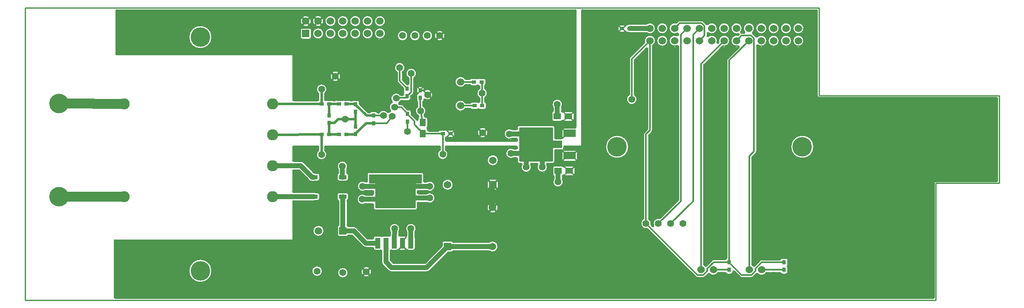
<source format=gtl>
*
*
G04 PADS 9.5 Build Number: 522968 generated Gerber (RS-274-X) file*
G04 PC Version=2.1*
*
%IN "ohm1.pcb"*%
*
%MOIN*%
*
%FSLAX35Y35*%
*
*
*
*
G04 PC Standard Apertures*
*
*
G04 Thermal Relief Aperture macro.*
%AMTER*
1,1,$1,0,0*
1,0,$1-$2,0,0*
21,0,$3,$4,0,0,45*
21,0,$3,$4,0,0,135*
%
*
*
G04 Annular Aperture macro.*
%AMANN*
1,1,$1,0,0*
1,0,$2,0,0*
%
*
*
G04 Odd Aperture macro.*
%AMODD*
1,1,$1,0,0*
1,0,$1-0.005,0,0*
%
*
*
G04 PC Custom Aperture Macros*
*
*
*
*
*
*
G04 PC Aperture Table*
*
%ADD010C,0.001*%
%ADD013C,0.01*%
%ADD017C,0.055*%
%ADD019C,0.09*%
%ADD028C,0.06*%
%ADD033C,0.03937*%
%ADD047C,0.012*%
%ADD073R,0.038X0.03*%
%ADD080R,0.06X0.05*%
%ADD083R,0.06X0.06*%
%ADD103C,0.015*%
%ADD105C,0.07874*%
%ADD135R,0.03X0.038*%
%ADD136C,0.05512*%
%ADD137R,0.05X0.06*%
%ADD138C,0.05906*%
%ADD139R,0.09843X0.05906*%
%ADD140R,0.04213X0.08504*%
%ADD141C,0.15748*%
%ADD142R,0.06102X0.03346*%
%ADD143C,0.01969*%
*
*
*
*
G04 PC Circuitry*
G04 Layer Name ohm1.pcb - circuitry*
%LPD*%
*
*
G04 PC Custom Flashes*
G04 Layer Name ohm1.pcb - flashes*
%LPD*%
*
*
G04 PC Circuitry*
G04 Layer Name ohm1.pcb - circuitry*
%LPD*%
*
G54D10*
G54D13*
G01X2032491Y1620986D02*
X2005932D01*
Y1594427*
X2032491*
Y1620986*
X2005932Y1594427D02*
Y1620986D01*
X2006432Y1594427D02*
Y1620986D01*
X2006932Y1594427D02*
Y1620986D01*
X2007432Y1594427D02*
Y1620986D01*
X2007932Y1594427D02*
Y1620986D01*
X2008432Y1594427D02*
Y1620986D01*
X2008932Y1594427D02*
Y1620986D01*
X2009432Y1594427D02*
Y1620986D01*
X2009932Y1594427D02*
Y1620986D01*
X2010432Y1594427D02*
Y1620986D01*
X2010932Y1594427D02*
Y1620986D01*
X2011432Y1594427D02*
Y1620986D01*
X2011932Y1594427D02*
Y1620986D01*
X2012432Y1594427D02*
Y1620986D01*
X2012932Y1594427D02*
Y1620986D01*
X2013432Y1594427D02*
Y1620986D01*
X2013932Y1594427D02*
Y1620986D01*
X2014432Y1594427D02*
Y1620986D01*
X2014932Y1594427D02*
Y1620986D01*
X2015432Y1594427D02*
Y1620986D01*
X2015932Y1594427D02*
Y1620986D01*
X2016432Y1594427D02*
Y1620986D01*
X2016932Y1594427D02*
Y1620986D01*
X2017432Y1594427D02*
Y1620986D01*
X2017932Y1594427D02*
Y1620986D01*
X2018432Y1594427D02*
Y1620986D01*
X2018932Y1594427D02*
Y1620986D01*
X2019432Y1594427D02*
Y1620986D01*
X2019932Y1594427D02*
Y1620986D01*
X2020432Y1594427D02*
Y1620986D01*
X2020932Y1594427D02*
Y1620986D01*
X2021432Y1594427D02*
Y1620986D01*
X2021932Y1594427D02*
Y1620986D01*
X2022432Y1594427D02*
Y1620986D01*
X2022932Y1594427D02*
Y1620986D01*
X2023432Y1594427D02*
Y1620986D01*
X2023932Y1594427D02*
Y1620986D01*
X2024432Y1594427D02*
Y1620986D01*
X2024932Y1594427D02*
Y1620986D01*
X2025432Y1594427D02*
Y1620986D01*
X2025932Y1594427D02*
Y1620986D01*
X2026432Y1594427D02*
Y1620986D01*
X2026932Y1594427D02*
Y1620986D01*
X2027432Y1594427D02*
Y1620986D01*
X2027932Y1594427D02*
Y1620986D01*
X2028432Y1594427D02*
Y1620986D01*
X2028932Y1594427D02*
Y1620986D01*
X2029432Y1594427D02*
Y1620986D01*
X2029932Y1594427D02*
Y1620986D01*
X2030432Y1594427D02*
Y1620986D01*
X2030932Y1594427D02*
Y1620986D01*
X2031432Y1594427D02*
Y1620986D01*
X2031932Y1594427D02*
Y1620986D01*
X2032432Y1594427D02*
Y1620986D01*
X1921500Y1556724D02*
Y1576304D01*
X1921549Y1576454*
X1921642Y1576582*
X1921770Y1576675*
X1921921Y1576724*
X1926362*
Y1583244*
X1884843*
Y1576724*
X1889284*
X1889435Y1576675*
X1889563Y1576582*
X1889656Y1576454*
X1889705Y1576304*
Y1556724*
X1921500*
X1884843Y1576724D02*
Y1583244D01*
X1885343Y1576724D02*
Y1583244D01*
X1885843Y1576724D02*
Y1583244D01*
X1886343Y1576724D02*
Y1583244D01*
X1886843Y1576724D02*
Y1583244D01*
X1887343Y1576724D02*
Y1583244D01*
X1887843Y1576724D02*
Y1583244D01*
X1888343Y1576724D02*
Y1583244D01*
X1888843Y1576724D02*
Y1583244D01*
X1889343Y1576705D02*
Y1583244D01*
X1889843Y1556724D02*
Y1583244D01*
X1890343Y1556724D02*
Y1583244D01*
X1890843Y1556724D02*
Y1583244D01*
X1891343Y1556724D02*
Y1583244D01*
X1891843Y1556724D02*
Y1583244D01*
X1892343Y1556724D02*
Y1583244D01*
X1892843Y1556724D02*
Y1583244D01*
X1893343Y1556724D02*
Y1583244D01*
X1893843Y1556724D02*
Y1583244D01*
X1894343Y1556724D02*
Y1583244D01*
X1894843Y1556724D02*
Y1583244D01*
X1895343Y1556724D02*
Y1583244D01*
X1895843Y1556724D02*
Y1583244D01*
X1896343Y1556724D02*
Y1583244D01*
X1896843Y1556724D02*
Y1583244D01*
X1897343Y1556724D02*
Y1583244D01*
X1897843Y1556724D02*
Y1583244D01*
X1898343Y1556724D02*
Y1583244D01*
X1898843Y1556724D02*
Y1583244D01*
X1899343Y1556724D02*
Y1583244D01*
X1899843Y1556724D02*
Y1583244D01*
X1900343Y1556724D02*
Y1583244D01*
X1900843Y1556724D02*
Y1583244D01*
X1901343Y1556724D02*
Y1583244D01*
X1901843Y1556724D02*
Y1583244D01*
X1902343Y1556724D02*
Y1583244D01*
X1902843Y1556724D02*
Y1583244D01*
X1903343Y1556724D02*
Y1583244D01*
X1903843Y1556724D02*
Y1583244D01*
X1904343Y1556724D02*
Y1583244D01*
X1904843Y1556724D02*
Y1583244D01*
X1905343Y1556724D02*
Y1583244D01*
X1905843Y1556724D02*
Y1583244D01*
X1906343Y1556724D02*
Y1583244D01*
X1906843Y1556724D02*
Y1583244D01*
X1907343Y1556724D02*
Y1583244D01*
X1907843Y1556724D02*
Y1583244D01*
X1908343Y1556724D02*
Y1583244D01*
X1908843Y1556724D02*
Y1583244D01*
X1909343Y1556724D02*
Y1583244D01*
X1909843Y1556724D02*
Y1583244D01*
X1910343Y1556724D02*
Y1583244D01*
X1910843Y1556724D02*
Y1583244D01*
X1911343Y1556724D02*
Y1583244D01*
X1911843Y1556724D02*
Y1583244D01*
X1912343Y1556724D02*
Y1583244D01*
X1912843Y1556724D02*
Y1583244D01*
X1913343Y1556724D02*
Y1583244D01*
X1913843Y1556724D02*
Y1583244D01*
X1914343Y1556724D02*
Y1583244D01*
X1914843Y1556724D02*
Y1583244D01*
X1915343Y1556724D02*
Y1583244D01*
X1915843Y1556724D02*
Y1583244D01*
X1916343Y1556724D02*
Y1583244D01*
X1916843Y1556724D02*
Y1583244D01*
X1917343Y1556724D02*
Y1583244D01*
X1917843Y1556724D02*
Y1583244D01*
X1918343Y1556724D02*
Y1583244D01*
X1918843Y1556724D02*
Y1583244D01*
X1919343Y1556724D02*
Y1583244D01*
X1919843Y1556724D02*
Y1583244D01*
X1920343Y1556724D02*
Y1583244D01*
X1920843Y1556724D02*
Y1583244D01*
X1921343Y1556724D02*
Y1583244D01*
X1921843Y1576699D02*
Y1583244D01*
X1922343Y1576724D02*
Y1583244D01*
X1922843Y1576724D02*
Y1583244D01*
X1923343Y1576724D02*
Y1583244D01*
X1923843Y1576724D02*
Y1583244D01*
X1924343Y1576724D02*
Y1583244D01*
X1924843Y1576724D02*
Y1583244D01*
X1925343Y1576724D02*
Y1583244D01*
X1925843Y1576724D02*
Y1583244D01*
X1926343Y1576724D02*
Y1583244D01*
X1980442Y1617224D02*
G75*
G03X1980442I-4256J0D01*
G01X1945691Y1695636D02*
G03X1945691I-4256J0D01*
G01X1935691D02*
G03X1935691I-4256J0D01*
G01X1925691D02*
G03X1925691I-4256J0D01*
G01X1915691D02*
G03X1915691I-4256J0D01*
G01X1861411Y1662801D02*
G03X1861411I-4250J0D01*
G01X1757406Y1694488D02*
G03X1757406I-9375J0D01*
G01X2243938Y1605802D02*
G03X2243938I-9374J0D01*
G01X1988727Y1556652D02*
G03X1988727I-4500J0D01*
G01X1988858Y1594883D02*
G03X1988858I-4500J0D01*
G01X1952335Y1575156D02*
G03X1952335I-4500J0D01*
G01X1846630Y1505281D02*
G03X1846630I-4256J0D01*
G01X1847967Y1537828D02*
G03X1847967I-4500J0D01*
G01X1757406Y1505512D02*
G03X1757406I-9375J0D01*
G01X1886388Y1504833D02*
G03X1886388I-4256J0D01*
G01X1867434Y1503992D02*
G03X1867434I-4256J0D01*
G01X2094265Y1605802D02*
G03X2094265I-9374J0D01*
G01X2051490Y1621714D02*
Y1716110D01*
X2051490D02*
G03X2050990Y1716610I-500J0D01*
G01X2050990D02*
X1680276D01*
G03X1679776Y1716110I-0J-500*
G01Y1680849*
G03X1680276Y1680349I500J0*
G01X1822785*
Y1643571*
G03X1823285Y1643071I500J0*
G01X1842775*
G03X1843110Y1643200I-0J500*
G01X1843302Y1643347D02*
G03X1843110Y1643200I813J-1260D01*
G01X1843302Y1643347D02*
G03X1843531Y1643767I-271J420D01*
G01Y1645834*
X1843537Y1646005D02*
G03X1843531Y1645834I2478J-171D01*
G01X1843537Y1646005D02*
G03X1843538Y1646040I-499J35D01*
G01Y1648641*
G03X1843352Y1649030I-500J-0*
G01X1848693D02*
G03X1843352I-2671J3314D01*
G01X1848693D02*
G03X1848507Y1648641I314J-389D01*
G01Y1645841*
X1848501Y1645669D02*
G03X1848507Y1645841I-2479J172D01*
G01X1848501Y1645669D02*
G03X1848499Y1645635I498J-34D01*
G01Y1643767*
G03X1848728Y1643347I500J0*
G01X1848815Y1643287D02*
G03X1848728Y1643347I-900J-1200D01*
G01X1848815Y1643287D02*
G03X1849415I300J400D01*
G01X1850315Y1643587D02*
G03X1849415Y1643287I0J-1500D01*
G01X1850315Y1643587D02*
X1854115D01*
X1855121Y1643200D02*
G03X1854115Y1643587I-1006J-1113D01*
G01X1855121Y1643200D02*
G03X1855456Y1643071I335J371D01*
G01X1856735*
G03X1857070Y1643200I-0J500*
G01X1858075Y1643587D02*
G03X1857070Y1643200I0J-1500D01*
G01X1858075Y1643587D02*
X1861875D01*
X1862775Y1643287D02*
G03X1861875Y1643587I-900J-1200D01*
G01X1862775Y1643287D02*
G03X1863375I300J400D01*
G01X1864275Y1643587D02*
G03X1863375Y1643287I0J-1500D01*
G01X1864275Y1643587D02*
X1868075D01*
X1869081Y1643200D02*
G03X1868075Y1643587I-1006J-1113D01*
G01X1869081Y1643200D02*
G03X1869416Y1643071I335J371D01*
G01X1870732*
G03X1871070Y1643202I0J500*
G01X1872083Y1643596D02*
G03X1871070Y1643202I-0J-1500D01*
G01X1872083Y1643596D02*
X1875083D01*
X1876583Y1642096D02*
G03X1875083Y1643596I-1500J-0D01*
G01X1876583Y1642096D02*
Y1640516D01*
G03X1876729Y1640163I500J0*
G01X1883247Y1633645*
G03X1883600Y1633499I353J354*
G01X1884861*
G03X1885284Y1633731I0J500*
G01X1886551Y1634429D02*
G03X1885284Y1633731I0J-1500D01*
G01X1886551Y1634429D02*
X1889551D01*
X1890927Y1633526D02*
G03X1889551Y1634429I-1376J-597D01*
G01X1890927Y1633526D02*
G03X1891386Y1633225I459J199D01*
G01X1891975*
G03X1892393Y1633451I-0J500*
G01X1899451Y1633535D02*
G03X1892393Y1633451I-3501J-2410D01*
G01X1899451Y1633535D02*
G03X1900216Y1633464I412J283D01*
G01X1901545Y1634364D02*
G03X1900216Y1633464I1675J-3906D01*
G01X1901545Y1634364D02*
G03X1901724Y1635153I-197J459D01*
G01X1902767Y1641615D02*
G03X1901724Y1635153I2155J-3663D01*
G01X1902767Y1641615D02*
G03X1902909Y1642352I-254J431D01*
G01X1909563Y1647640D02*
G03X1902909Y1642352I-3297J-2682D01*
G01X1909563Y1647640D02*
G03X1909950Y1647456I387J316D01*
G01X1911555*
G03X1912055Y1647956I-0J500*
G01Y1648556*
X1912355Y1649456D02*
G03X1912055Y1648556I1200J-900D01*
G01X1912355Y1649456D02*
G03Y1650056I-400J300D01*
G01X1912055Y1650956D02*
G03X1912355Y1650056I1500J0D01*
G01X1912055Y1650956D02*
Y1653079D01*
G03X1911908Y1653433I-500J0*
G01X1907674Y1657667*
X1907059Y1659151D02*
G03X1907674Y1657667I2100J0D01*
G01X1907059Y1659151D02*
Y1665796D01*
G03X1906833Y1666214I-500J-0*
G01X1911486D02*
G03X1906833I-2327J3557D01*
G01X1911486D02*
G03X1911259Y1665796I273J-418D01*
G01Y1660228*
G03X1911406Y1659875I500J0*
G01X1914878Y1656402*
G03X1915232Y1656256I354J354*
G01X1915837*
G03X1916337Y1656756I0J500*
G01Y1661201*
G03X1916111Y1661619I-500J-0*
G01X1920764D02*
G03X1916111I-2327J3564D01*
G01X1920764D02*
G03X1920537Y1661201I273J-418D01*
G01Y1650039*
X1919922Y1648554D02*
G03X1920537Y1650039I-1485J1485D01*
G01X1919922Y1648554D02*
X1919088Y1647720D01*
X1918871Y1647530D02*
G03X1919088Y1647720I-1268J1675D01*
G01X1918871Y1647530D02*
X1918253Y1647062D01*
G03X1918055Y1646664I302J-398*
G01Y1644756*
X1916555Y1643256D02*
G03X1918055Y1644756I-0J1500D01*
G01X1916555Y1643256D02*
X1913555D01*
X1910475*
G03X1910032Y1642988I0J-500*
G01X1908421Y1641295D02*
G03X1910032Y1642988I-2155J3663D01*
G01X1908421Y1641295D02*
G03X1908280Y1640557I254J-431D01*
G01X1908479Y1640278D02*
G03X1908280Y1640557I-3557J-2326D01*
G01X1908479Y1640278D02*
G03X1908897Y1640052I418J274D01*
G01X1910261*
X1911745Y1639437D02*
G03X1910261Y1640052I-1484J-1485D01*
G01X1911745Y1639437D02*
X1915224Y1635958D01*
G03X1915578Y1635811I354J353*
G01X1916901*
X1918401Y1634311D02*
G03X1916901Y1635811I-1500J0D01*
G01X1918401Y1634311D02*
Y1632188D01*
G03X1918547Y1631835I500J0*
G01X1922587Y1627795*
X1922881Y1627426D02*
G03X1922587Y1627795I-1779J-1116D01*
G01X1922881Y1627426D02*
G03X1923805Y1627691I424J265D01*
G01Y1628457*
X1924360Y1629622D02*
G03X1923805Y1628457I945J-1165D01*
G01X1924360Y1629622D02*
G03X1924537Y1630100I-315J388D01*
G01X1924503Y1630476D02*
G03X1924537Y1630100I2100J-0D01*
G01X1924503Y1630476D02*
Y1630554D01*
G03X1924222Y1631004I-500J0*
G01X1923393Y1638118D02*
G03X1924222Y1631004I2688J-3292D01*
G01X1923393Y1638118D02*
G03X1923577Y1638505I-316J387D01*
G01Y1641750*
G03X1923352Y1642167I-500J-0*
G01X1922677Y1643420D02*
G03X1923352Y1642167I1500J0D01*
G01X1922677Y1643420D02*
Y1647220D01*
X1922977Y1648120D02*
G03X1922677Y1647220I1200J-900D01*
G01X1922977Y1648120D02*
G03Y1648720I-400J300D01*
G01X1922677Y1649620D02*
G03X1922977Y1648720I1500J0D01*
G01X1922677Y1649620D02*
Y1653420D01*
X1924177Y1654920D02*
G03X1922677Y1653420I-0J-1500D01*
G01X1924177Y1654920D02*
X1927177D01*
X1928677Y1653420D02*
G03X1927177Y1654920I-1500J0D01*
G01X1928677Y1653420D02*
Y1652008D01*
G03X1929437Y1651581I500J0*
G01Y1644322D02*
G03Y1651581I2211J3630D01*
G01Y1644322D02*
G03X1928677Y1643895I-260J-427D01*
G01Y1643420*
X1928002Y1642167D02*
G03X1928677Y1643420I-825J1253D01*
G01X1928002Y1642167D02*
G03X1927777Y1641750I275J-417D01*
G01Y1639038*
G03X1928046Y1638594I500J-0*
G01X1928954Y1631694D02*
G03X1928046Y1638594I-2873J3132D01*
G01X1928954Y1631694D02*
G03X1928855Y1631081I338J-369D01*
G01X1929097Y1630380D02*
G03X1928855Y1631081I-2075J-323D01*
G01X1929097Y1630380D02*
G03X1929591Y1629957I494J77D01*
G01X1930305*
X1931805Y1628457D02*
G03X1930305Y1629957I-1500J-0D01*
G01X1931805Y1628457D02*
Y1622457D01*
X1931297Y1621332D02*
G03X1931805Y1622457I-992J1125D01*
G01X1931297Y1621332D02*
G03Y1620582I331J-375D01*
G01X1931805Y1619457D02*
G03X1931297Y1620582I-1500J-0D01*
G01X1931805Y1619457D02*
Y1619057D01*
G03X1932305Y1618557I500J-0*
G01X1936174*
X1936356Y1618549D02*
G03X1936174Y1618557I-182J-2092D01*
G01X1936356Y1618549D02*
G03X1936400Y1618547I44J498D01*
G01X1940383*
G03X1940800Y1618772I-0J500*
G01X1942053Y1619447D02*
G03X1940800Y1618772I0J-1500D01*
G01X1942053Y1619447D02*
X1945853D01*
X1946753Y1619147D02*
G03X1945853Y1619447I-900J-1200D01*
G01X1946753Y1619147D02*
G03X1947353I300J400D01*
G01X1948253Y1619447D02*
G03X1947353Y1619147I0J-1500D01*
G01X1948253Y1619447D02*
X1952053D01*
X1953553Y1617947D02*
G03X1952053Y1619447I-1500J-0D01*
G01X1953553Y1617947D02*
Y1614947D01*
X1952053Y1613447D02*
G03X1953553Y1614947I0J1500D01*
G01X1952053Y1613447D02*
X1948253D01*
X1947353Y1613747D02*
G03X1948253Y1613447I900J1200D01*
G01X1947353Y1613747D02*
G03X1946753I-300J-400D01*
G01X1946378Y1613542D02*
G03X1946753Y1613747I-525J1405D01*
G01X1946378Y1613542D02*
G03X1946053Y1613073I175J-469D01*
G01Y1610827*
G03X1946553Y1610327I500J-0*
G01X2003432*
G03X2003932Y1610827I0J500*
G01Y1612236*
G03X2003432Y1612736I-500J0*
G01X2000367*
G03X2000093Y1612654I0J-500*
G01Y1619756D02*
G03Y1612654I-2336J-3551D01*
G01Y1619756D02*
G03X2000367Y1619673I274J417D01*
G01X2003432*
G03X2003932Y1620173I0J500*
G01Y1621486*
X2005432Y1622986D02*
G03X2003932Y1621486I0J-1500D01*
G01X2005432Y1622986D02*
X2032991D01*
X2034491Y1621486D02*
G03X2032991Y1622986I-1500J-0D01*
G01X2034491Y1621486D02*
Y1612879D01*
G03X2034991Y1612379I500J0*
G01X2039685*
G03X2040128Y1613112I-0J500*
G01X2039956Y1613808D02*
G03X2040128Y1613112I1500J0D01*
G01X2039956Y1613808D02*
Y1619714D01*
X2041456Y1621214D02*
G03X2039956Y1619714I-0J-1500D01*
G01X2041456Y1621214D02*
X2050990D01*
X2050990D02*
G03X2051490Y1621714I-0J500D01*
G01X2392201Y1578378D02*
Y1645244D01*
G03X2391701Y1645744I-500J0*
G01X2248031*
X2246531Y1647244D02*
G03X2248031Y1645744I1500J0D01*
G01X2246531Y1647244D02*
Y1716110D01*
G03X2246031Y1716610I-500J0*
G01X2056740*
G03X2056240Y1716110I0J-500*
G01Y1606311*
X2042354*
G03X2041854Y1605811I-0J-500*
G01Y1604974*
X2041446Y1603946D02*
G03X2041854Y1604974I-1093J1028D01*
G01X2041446Y1603946D02*
G03X2041811Y1603104I365J-342D01*
G01X2051298*
X2052798Y1601604D02*
G03X2051298Y1603104I-1500J-0D01*
G01X2052798Y1601604D02*
Y1595698D01*
X2051298Y1594198D02*
G03X2052798Y1595698I0J1500D01*
G01X2051298Y1594198D02*
X2041456D01*
X2039956Y1595698D02*
G03X2041456Y1594198I1500J0D01*
G01X2039956Y1595698D02*
Y1601604D01*
X2040363Y1602631D02*
G03X2039956Y1601604I1093J-1027D01*
G01X2040363Y1602631D02*
G03X2039999Y1603474I-364J343D01*
G01X2034991*
G03X2034491Y1602974I0J-500*
G01Y1593927*
X2032991Y1592427D02*
G03X2034491Y1593927I0J1500D01*
G01X2032991Y1592427D02*
X2028321D01*
G03X2027898Y1591659I-0J-500*
G01X2020716D02*
G03X2027898I3591J-2273D01*
G01X2020716D02*
G03X2020294Y1592427I-422J268D01*
G01X2015401*
G03X2014901Y1591927I-0J-500*
G01Y1591917*
G03X2014983Y1591642I500J0*
G01X2007881D02*
G03X2014983I3551J-2335D01*
G01X2007881D02*
G03X2007964Y1591917I-417J275D01*
G01Y1591927*
G03X2007464Y1592427I-500J-0*
G01X2005432*
X2003932Y1593927D02*
G03X2005432Y1592427I1500J-0D01*
G01X2003932Y1593927D02*
Y1596546D01*
G03X2003432Y1597046I-500J0*
G01X2001654*
G03X2001380Y1596964I0J-500*
G01Y1604066D02*
G03Y1596964I-2336J-3551D01*
G01Y1604066D02*
G03X2001654Y1603983I274J417D01*
G01X2003432*
G03X2003932Y1604483I0J500*
G01Y1605811*
G03X2003432Y1606311I-500J0*
G01X1946545*
G03X1946045Y1605811I-0J-500*
G01Y1603636*
G03X1946271Y1603217I500J0*
G01X1941618D02*
G03X1946271I2327J-3563D01*
G01X1941618D02*
G03X1941845Y1603636I-273J419D01*
G01Y1605811*
G03X1941345Y1606311I-500J0*
G01X1848966*
G03X1848466Y1605811I-0J-500*
G01Y1603156*
G03X1848652Y1602767I500J-0*
G01X1843311D02*
G03X1848652I2671J-3314D01*
G01X1843311D02*
G03X1843497Y1603156I-314J389D01*
G01Y1605811*
G03X1842997Y1606311I-500J0*
G01X1823136*
G03X1822636Y1605811I0J-500*
G01Y1594571*
G03X1823136Y1594071I500J-0*
G01X1829196*
X1831648Y1593055D02*
G03X1829196Y1594071I-2452J-2453D01*
G01X1831648Y1593055D02*
X1839820Y1584884D01*
G03X1840138Y1584738I353J353*
G01X1841211Y1584489D02*
G03X1840138Y1584738I-1313J-3211D01*
G01X1841211Y1584489D02*
G03X1841400Y1584451I189J462D01*
G01X1842949*
X1844449Y1582951D02*
G03X1842949Y1584451I-1500J0D01*
G01X1844449Y1582951D02*
Y1579605D01*
X1842949Y1578105D02*
G03X1844449Y1579605I-0J1500D01*
G01X1842949Y1578105D02*
X1841400D01*
G03X1841211Y1578068I-0J-500*
G01X1839898Y1577810D02*
G03X1841211Y1578068I-0J3468D01*
G01X1839898Y1577810D02*
X1838520D01*
X1837207Y1578068D02*
G03X1838520Y1577810I1313J3210D01*
G01X1837207Y1578068D02*
G03X1837018Y1578105I-189J-463D01*
G01X1836846*
X1835362Y1579390D02*
G03X1836846Y1578105I1484J215D01*
G01X1835362Y1579390D02*
G03X1835221Y1579672I-495J-72D01*
G01X1827905Y1586987*
G03X1827552Y1587134I-353J-353*
G01X1823136*
G03X1822636Y1586634I0J-500*
G01Y1569571*
G03X1823136Y1569071I500J-0*
G01X1823917*
X1824575Y1569008D02*
G03X1823917Y1569071I-658J-3406D01*
G01X1824575Y1569008D02*
G03X1824670Y1568999I95J491D01*
G01X1839898*
X1841211Y1568741D02*
G03X1839898Y1568999I-1313J-3211D01*
G01X1841211Y1568741D02*
G03X1841400Y1568703I189J462D01*
G01X1842949*
X1844449Y1567203D02*
G03X1842949Y1568703I-1500J0D01*
G01X1844449Y1567203D02*
Y1563857D01*
X1842949Y1562357D02*
G03X1844449Y1563857I-0J1500D01*
G01X1842949Y1562357D02*
X1841400D01*
G03X1841211Y1562320I-0J-500*
G01X1839898Y1562062D02*
G03X1841211Y1562320I-0J3468D01*
G01X1839898Y1562062D02*
X1823989D01*
X1823330Y1562125D02*
G03X1823989Y1562062I659J3405D01*
G01X1823330Y1562125D02*
G03X1823235Y1562134I-95J-491D01*
G01X1823136*
G03X1822636Y1561634I0J-500*
G01Y1530539*
X1678970*
G03X1678470Y1530039I-0J-500*
G01Y1483890*
G03X1678970Y1483390I500J-0*
G01X2340520*
G03X2341020Y1483890I-0J500*
G01Y1576378*
X2342520Y1577878D02*
G03X2341020Y1576378I-0J-1500D01*
G01X2342520Y1577878D02*
X2391701D01*
G03X2392201Y1578378I-0J500*
G01X2049992Y1632949D02*
Y1627949D01*
X2048492Y1626449D02*
G03X2049992Y1627949I-0J1500D01*
G01X2048492Y1626449D02*
X2042492D01*
X2041367Y1626957D02*
G03X2042492Y1626449I1125J992D01*
G01X2041366Y1626957D02*
G03X2040617I-374J-331D01*
G01X2039492Y1626449D02*
G03X2040617Y1626957I-0J1500D01*
G01X2039492Y1626449D02*
X2033492D01*
X2031991Y1627949D02*
G03X2033492Y1626449I1501J0D01*
G01X2031991Y1627949D02*
Y1632949D01*
X2032765Y1634261D02*
G03X2031991Y1632949I727J-1312D01*
G01X2032765Y1634261D02*
G03X2033023Y1634699I-242J438D01*
G01Y1637519*
G03X2032941Y1637794I-500J0*
G01X2040042Y1637795D02*
G03X2032941Y1637794I-3551J2335D01*
G01X2040042Y1637795D02*
G03X2039960Y1637520I418J-275D01*
G01Y1634699*
G03X2040218Y1634261I500J-0*
G01X2040617Y1633941D02*
G03X2040218Y1634261I-1125J-992D01*
G01X2040617Y1633941D02*
G03X2041366I375J331D01*
G01X2042492Y1634449D02*
G03X2041367Y1633941I-0J-1500D01*
G01X2042492Y1634449D02*
X2048492D01*
X2049992Y1632949D02*
G03X2048492Y1634449I-1500J0D01*
G01X1980442Y1617224D02*
G03X1980442I-4256J0D01*
G01X1978088Y1645546D02*
G03Y1652660I-2327J3557D01*
G01Y1645546D02*
G03X1977861Y1645128I273J-418D01*
G01Y1643862*
G03X1977868Y1643777I500J-0*
G01X1977899Y1643423D02*
G03X1977868Y1643777I-2101J-0D01*
G01X1977899Y1643423D02*
Y1642404D01*
G03X1978224Y1641936I500J0*
G01X1979199Y1640531D02*
G03X1978224Y1641936I-1501J-0D01*
G01X1979199Y1640531D02*
Y1637531D01*
X1977698Y1636030D02*
G03X1979199Y1637531I0J1501D01*
G01X1977698Y1636030D02*
X1973898D01*
X1972998Y1636330D02*
G03X1973898Y1636030I900J1201D01*
G01X1972998Y1636330D02*
G03X1972399I-300J-400D01*
G01X1971498Y1636031D02*
G03X1972398Y1636330I0J1500D01*
G01X1971498Y1636030D02*
X1967698D01*
X1966446Y1636706D02*
G03X1967698Y1636030I1252J825D01*
G01X1966446Y1636705D02*
G03X1966028Y1636930I-418J-275D01*
G01X1966028D02*
X1964479D01*
X1964243Y1636944D02*
G03X1964479Y1636930I236J2087D01*
G01X1964243Y1636944D02*
G03X1964186Y1636947I-57J-497D01*
G01X1962506*
G03X1962081Y1636710I0J-500*
G01Y1641385D02*
G03Y1636710I-3790J-2338D01*
G01Y1641385D02*
G03X1962506Y1641147I425J262D01*
G01X1964463*
X1964699Y1641134D02*
G03X1964463Y1641147I-236J-2087D01*
G01X1964699Y1641134D02*
G03X1964756Y1641131I57J497D01*
G01X1966028*
G03X1966446Y1641356I0J500*
G01X1967698Y1642031D02*
G03X1966446Y1641356I0J-1500D01*
G01X1967698Y1642031D02*
X1971498D01*
X1972399Y1641731D02*
G03X1971498Y1642031I-901J-1200D01*
G01X1972399Y1641731D02*
G03X1972998I299J400D01*
G01X1973373Y1641936D02*
G03X1972998Y1641731I525J-1405D01*
G01X1973373Y1641936D02*
G03X1973698Y1642404I-175J468D01*
G01Y1643022*
G03X1973691Y1643106I-500J-0*
G01X1973661Y1643460D02*
G03X1973691Y1643106I2100J0D01*
G01X1973661Y1643460D02*
Y1645128D01*
G03X1973435Y1645546I-500J-0*
G01Y1652660D02*
G03Y1645546I2326J-3557D01*
G01Y1652660D02*
G03X1973661Y1653078I-274J418D01*
G01Y1654798*
G03X1973235Y1655292I-500J-0*
G01X1972556Y1655576D02*
G03X1973235Y1655292I900J1200D01*
G01X1972556Y1655576D02*
G03X1971956I-300J-400D01*
G01X1971056Y1655276D02*
G03X1971956Y1655576I0J1500D01*
G01X1971056Y1655276D02*
X1967256D01*
X1966003Y1655951D02*
G03X1967256Y1655276I1253J825D01*
G01X1966003Y1655951D02*
G03X1965586Y1656176I-417J-275D01*
G01X1964532*
G03X1964476Y1656173I-0J-500*
G01X1964242Y1656160D02*
G03X1964476Y1656173I-0J2100D01*
G01X1964242Y1656160D02*
X1962506D01*
G03X1962081Y1655922I0J-500*
G01Y1660597D02*
G03Y1655922I-3790J-2337D01*
G01Y1660597D02*
G03X1962506Y1660360I425J263D01*
G01X1963968*
G03X1964024Y1660363I-0J500*
G01X1964258Y1660376D02*
G03X1964024Y1660363I-0J-2100D01*
G01X1964258Y1660376D02*
X1965586D01*
G03X1966003Y1660601I-0J500*
G01X1967256Y1661276D02*
G03X1966003Y1660601I0J-1500D01*
G01X1967256Y1661276D02*
X1971056D01*
X1971956Y1660976D02*
G03X1971056Y1661276I-900J-1200D01*
G01X1971956Y1660976D02*
G03X1972556I300J400D01*
G01X1973456Y1661276D02*
G03X1972556Y1660976I0J-1500D01*
G01X1973456Y1661276D02*
X1977256D01*
X1978756Y1659776D02*
G03X1977256Y1661276I-1500J-0D01*
G01X1978756Y1659776D02*
Y1656776D01*
X1978085Y1655526D02*
G03X1978756Y1656776I-829J1250D01*
G01X1978085Y1655526D02*
G03X1977861Y1655109I276J-417D01*
G01Y1653078*
G03X1978088Y1652660I500J0*
G01X1945691Y1695636D02*
G03X1945691I-4256J0D01*
G01X1935691D02*
G03X1935691I-4256J0D01*
G01X1925691D02*
G03X1925691I-4256J0D01*
G01X1915691D02*
G03X1915691I-4256J0D01*
G01X1888697Y1697381D02*
G03X1893210Y1701894I4500J13D01*
G01X1888697Y1697381D02*
G03Y1697394I-500J-2D01*
Y1697407I-500J14*
G01X1893184Y1701894D02*
G03X1888697Y1697407I13J-4500D01*
G01X1893184Y1701894D02*
G03X1893197I-2J500D01*
X1893210I14J500*
G01Y1702894D02*
G03X1888697Y1707407I-13J4500D01*
G01X1893210Y1702894D02*
G03X1893197Y1702893I1J-500D01*
X1893184Y1702894I-15J-499*
G01X1888697Y1707381D02*
G03X1893184Y1702894I4500J13D01*
G01X1888697Y1707381D02*
G03Y1707394I-500J-2D01*
Y1707407I-500J14*
G01X1887697Y1697394D02*
G03Y1697381I500J-15D01*
G01X1878697D02*
G03X1887697I4500J13D01*
G01X1878697D02*
G03Y1697394I-500J-2D01*
Y1697407I-500J14*
G01X1883184Y1701894D02*
G03X1878697Y1697407I13J-4500D01*
G01X1883184Y1701894D02*
G03X1883197I-2J500D01*
X1883210I14J500*
G01X1887697Y1697407D02*
G03X1883210Y1701894I-4500J-13D01*
G01X1887697Y1697407D02*
G03Y1697394I500J1D01*
G01Y1707394D02*
G03Y1707381I500J-15D01*
G01X1883210Y1702894D02*
G03X1887697Y1707381I-13J4500D01*
G01X1883210Y1702894D02*
G03X1883197Y1702893I1J-500D01*
X1883184Y1702894I-15J-499*
G01X1878697Y1707381D02*
G03X1883184Y1702894I4500J13D01*
G01X1878697Y1707381D02*
G03Y1707394I-500J-2D01*
Y1707407I-500J14*
G01X1887697D02*
G03X1878697I-4500J-13D01*
G01X1887697D02*
G03Y1707394I500J1D01*
G01X1877697Y1697394D02*
G03Y1697381I500J-15D01*
G01X1868697D02*
G03X1877697I4500J13D01*
G01X1868697D02*
G03Y1697394I-500J-2D01*
Y1697407I-500J14*
G01X1873184Y1701894D02*
G03X1868697Y1697407I13J-4500D01*
G01X1873184Y1701894D02*
G03X1873197I-2J500D01*
X1873210I14J500*
G01X1877697Y1697407D02*
G03X1873210Y1701894I-4500J-13D01*
G01X1877697Y1697407D02*
G03Y1697394I500J1D01*
G01Y1707394D02*
G03Y1707381I500J-15D01*
G01X1873210Y1702894D02*
G03X1877697Y1707381I-13J4500D01*
G01X1873210Y1702894D02*
G03X1873197Y1702893I1J-500D01*
X1873184Y1702894I-15J-499*
G01X1868697Y1707381D02*
G03X1873184Y1702894I4500J13D01*
G01X1868697Y1707381D02*
G03Y1707394I-500J-2D01*
Y1707407I-500J14*
G01X1877697D02*
G03X1868697I-4500J-13D01*
G01X1877697D02*
G03Y1707394I500J1D01*
G01X1861411Y1662801D02*
G03X1861411I-4250J0D01*
G01X1867697Y1697394D02*
G03Y1697381I500J-15D01*
G01X1858697D02*
G03X1867697I4500J13D01*
G01X1858697D02*
G03Y1697394I-500J-2D01*
Y1697407I-500J14*
G01X1863184Y1701894D02*
G03X1858697Y1697407I13J-4500D01*
G01X1863184Y1701894D02*
G03X1863197I-2J500D01*
X1863210I14J500*
G01X1867697Y1697407D02*
G03X1863210Y1701894I-4500J-13D01*
G01X1867697Y1697407D02*
G03Y1697394I500J1D01*
G01Y1707394D02*
G03Y1707381I500J-15D01*
G01X1863210Y1702894D02*
G03X1867697Y1707381I-13J4500D01*
G01X1863210Y1702894D02*
G03X1863197Y1702893I1J-500D01*
X1863184Y1702894I-15J-499*
G01X1858697Y1707381D02*
G03X1863184Y1702894I4500J13D01*
G01X1858697Y1707381D02*
G03Y1707394I-500J-2D01*
Y1707407I-500J14*
G01X1867697D02*
G03X1858697I-4500J-13D01*
G01X1867697D02*
G03Y1707394I500J1D01*
G01X1857697Y1697394D02*
G03Y1697381I500J-15D01*
G01X1848697D02*
G03X1857697I4500J13D01*
G01X1848697D02*
G03Y1697394I-500J-2D01*
Y1697407I-500J14*
G01X1853184Y1701894D02*
G03X1848697Y1697407I13J-4500D01*
G01X1853184Y1701894D02*
G03X1853197I-2J500D01*
X1853210I14J500*
G01X1857697Y1697407D02*
G03X1853210Y1701894I-4500J-13D01*
G01X1857697Y1697407D02*
G03Y1697394I500J1D01*
G01Y1707394D02*
G03Y1707381I500J-15D01*
G01X1853210Y1702894D02*
G03X1857697Y1707381I-13J4500D01*
G01X1853210Y1702894D02*
G03X1853197Y1702893I1J-500D01*
X1853184Y1702894I-15J-499*
G01X1848697Y1707381D02*
G03X1853184Y1702894I4500J13D01*
G01X1848697Y1707381D02*
G03Y1707394I-500J-2D01*
Y1707407I-500J14*
G01X1857697D02*
G03X1848697I-4500J-13D01*
G01X1857697D02*
G03Y1707394I500J1D01*
G01X1847697Y1697394D02*
G03Y1697381I500J-15D01*
G01X1838697Y1697375D02*
G03X1847697Y1697381I4500J19D01*
G01X1838697Y1697375D02*
G03X1838696Y1697394I-500J-2D01*
X1838697Y1697412I-499J20*
G01X1843184Y1701894D02*
G03X1838697Y1697412I13J-4500D01*
G01X1843184Y1701894D02*
G03X1843197I-2J500D01*
X1843210I14J500*
G01X1847697Y1697407D02*
G03X1843210Y1701894I-4500J-13D01*
G01X1847697Y1697407D02*
G03Y1697394I500J1D01*
G01Y1707394D02*
G03Y1707381I500J-15D01*
G01X1843210Y1702894D02*
G03X1847697Y1707381I-13J4500D01*
G01X1843210Y1702894D02*
G03X1843197Y1702893I1J-500D01*
X1843184Y1702894I-15J-499*
G01X1838697Y1707381D02*
G03X1843184Y1702894I4500J13D01*
G01X1838697Y1707381D02*
G03Y1707394I-500J-2D01*
Y1707407I-500J14*
G01X1847697D02*
G03X1838697I-4500J-13D01*
G01X1847697D02*
G03Y1707394I500J1D01*
G01X1837697Y1697394D02*
G03Y1697373I500J-21D01*
G01Y1694394*
X1836197Y1692894D02*
G03X1837697Y1694394I-0J1500D01*
G01X1836197Y1692894D02*
X1830197D01*
X1828697Y1694394D02*
G03X1830197Y1692894I1500J-0D01*
G01X1828697Y1694394D02*
Y1700394D01*
X1830197Y1701894D02*
G03X1828697Y1700394I-0J-1500D01*
G01X1830197Y1701894D02*
X1833176D01*
G03X1833197I0J500*
X1833217I20J500*
G01X1836197*
X1837697Y1700394D02*
G03X1836197Y1701894I-1500J-0D01*
G01X1837697Y1700394D02*
Y1697414D01*
G03Y1697394I500J0*
G01Y1707394D02*
G03Y1707381I500J-15D01*
G01X1833215Y1702894D02*
G03X1837697Y1707381I-18J4500D01*
G01X1833215Y1702894D02*
G03X1833197Y1702893I2J-500D01*
X1833178Y1702894I-21J-499*
G01X1837697Y1707407D02*
G03X1833178Y1702894I-4500J-13D01*
G01X1837697Y1707407D02*
G03Y1707394I500J1D01*
G01X1757406Y1694488D02*
G03X1757406I-9375J0D01*
G01X2243938Y1605802D02*
G03X2243938I-9374J0D01*
G01X2226857Y1691567D02*
G03X2231370Y1696080I4500J13D01*
G01X2226857Y1691567D02*
G03Y1691580I-500J-1D01*
Y1691593I-500J15*
G01X2231344Y1696080D02*
G03X2226857Y1691593I13J-4500D01*
G01X2231344Y1696080D02*
G03X2231357I-2J500D01*
X2231370I14J500*
G01Y1697080D02*
G03X2226857Y1701593I-13J4500D01*
G01X2231370Y1697080D02*
G03X2231357I1J-500D01*
X2231344I-15J-500*
G01X2226857Y1701567D02*
G03X2231344Y1697080I4500J13D01*
G01X2226857Y1701567D02*
G03Y1701580I-500J-1D01*
Y1701593I-500J15*
G01X2222871Y1514412D02*
Y1510612D01*
X2222571Y1509712D02*
G03X2222871Y1510612I-1200J900D01*
G01X2222571Y1509712D02*
G03Y1509112I400J-300D01*
G01X2222871Y1508212D02*
G03X2222571Y1509112I-1500J-0D01*
G01X2222871Y1508212D02*
Y1504412D01*
X2221371Y1502912D02*
G03X2222871Y1504412I-0J1500D01*
G01X2221371Y1502912D02*
X2218371D01*
X2216966Y1503887D02*
G03X2218371Y1502912I1405J525D01*
G01X2216966Y1503887D02*
G03X2216497Y1504212I-469J-175D01*
G01X2211535*
X2211164Y1504245D02*
G03X2211535Y1504212I371J2067D01*
G01X2211164Y1504245D02*
G03X2211075Y1504253I-89J-492D01*
G01X2205930*
G03X2205503Y1504013I-0J-500*
G01X2198309Y1503348D02*
G03X2205503Y1504013I3350J3005D01*
G01X2198309Y1503348D02*
G03X2197583Y1503368I-372J-334D01*
G01X2194883Y1500667*
X2193398Y1500052D02*
G03X2194883Y1500667I-0J2100D01*
G01X2193398Y1500052D02*
X2185430D01*
X2183945Y1500667D02*
G03X2185430Y1500052I1485J1485D01*
G01X2183945Y1500667D02*
X2179312Y1505300D01*
G03X2178458Y1504947I-354J-353*
G01Y1504424*
X2176958Y1502924D02*
G03X2178458Y1504424I0J1500D01*
G01X2176958Y1502924D02*
X2173958D01*
X2172553Y1503899D02*
G03X2173958Y1502924I1405J525D01*
G01X2172553Y1503899D02*
G03X2172084Y1504224I-469J-175D01*
G01X2169840*
X2169527Y1504247D02*
G03X2169840Y1504224I313J2077D01*
G01X2169527Y1504247D02*
G03X2169452Y1504253I-75J-494D01*
G01X2166964*
G03X2166537Y1504013I-0J-500*
G01X2159343Y1503348D02*
G03X2166537Y1504013I3350J3005D01*
G01X2159343Y1503348D02*
G03X2158617Y1503368I-372J-334D01*
G01X2155917Y1500667*
X2154432Y1500052D02*
G03X2155917Y1500667I-0J2100D01*
G01X2154432Y1500052D02*
X2149811D01*
X2148327Y1500667D02*
G03X2149811Y1500052I1484J1485D01*
G01X2148327Y1500667D02*
X2109537Y1539457D01*
G03X2109080Y1539593I-354J-354*
G01X2105879Y1547322D02*
G03X2109080Y1539593I2327J-3564D01*
G01X2105879Y1547322D02*
G03X2106106Y1547740I-273J418D01*
G01Y1615971*
X2106721Y1617456D02*
G03X2106106Y1615971I1485J-1485D01*
G01X2106721Y1617456D02*
X2109110Y1619846D01*
G03X2109257Y1620199I-353J353*
G01Y1685303*
G03X2108403Y1685657I-500J0*
G01X2098933Y1676186*
G03X2098787Y1675833I354J-353*
G01Y1648181*
G03X2099013Y1647763I500J0*
G01X2094360D02*
G03X2099013I2327J-3564D01*
G01X2094360D02*
G03X2094587Y1648181I-273J418D01*
G01Y1676910*
X2095202Y1678395D02*
G03X2094587Y1676910I1485J-1485D01*
G01X2095202Y1678395D02*
X2106852Y1690045D01*
G03X2106984Y1690517I-353J354*
G01X2111344Y1696080D02*
G03X2106984Y1690517I13J-4500D01*
G01X2111344Y1696080D02*
G03X2111357I-2J500D01*
X2111370I14J500*
G01X2115857Y1691593D02*
G03X2111370Y1696080I-4500J-13D01*
G01X2115857Y1691593D02*
G03Y1691580I500J2D01*
Y1691567I500J-14*
G01X2113697Y1687736D02*
G03X2115857Y1691567I-2340J3844D01*
G01X2113697Y1687736D02*
G03X2113457Y1687309I260J-427D01*
G01Y1619122*
X2112842Y1617638D02*
G03X2113457Y1619122I-1485J1484D01*
G01X2112842Y1617638D02*
X2110452Y1615248D01*
G03X2110306Y1614894I354J-354*
G01Y1547740*
G03X2110533Y1547322I500J0*
G01X2112371Y1542883D02*
G03X2110532Y1547322I-4165J875D01*
G01X2112371Y1542883D02*
G03X2112507Y1542427I489J-103D01*
G01X2113544Y1541389*
G03X2114351Y1541955I354J354*
G01X2119080Y1547923D02*
G03X2114351Y1541955I-874J-4165D01*
G01X2119080Y1547923D02*
G03X2119537Y1548059I103J489D01*
G01X2134110Y1562632*
G03X2134257Y1562986I-353J354*
G01Y1687194*
G03X2133517Y1687632I-500J-0*
G01X2126857Y1691567D02*
G03X2133517Y1687632I4500J13D01*
G01X2126857Y1691567D02*
G03Y1691580I-500J-1D01*
Y1691593I-500J15*
G01X2131344Y1696080D02*
G03X2126857Y1691593I13J-4500D01*
G01X2131344Y1696080D02*
G03X2131357I-2J500D01*
X2131370I14J500*
G01X2133517Y1695528D02*
G03X2131370Y1696080I-2160J-3948D01*
G01X2133517Y1695528D02*
G03X2134257Y1695966I240J438D01*
G01Y1696580*
X2134326Y1697114D02*
G03X2134257Y1696580I2031J-534D01*
G01X2134326Y1697114D02*
G03X2133594Y1697675I-483J128D01*
G01X2131370Y1697080D02*
G03X2133594Y1697675I-13J4500D01*
G01X2131370Y1697080D02*
G03X2131357I1J-500D01*
X2131344I-15J-500*
G01X2126857Y1701567D02*
G03X2131344Y1697080I4500J13D01*
G01X2126857Y1701567D02*
G03Y1701580I-500J-1D01*
Y1701593I-500J15*
G01X2132420Y1705953D02*
G03X2126857Y1701593I-1063J-4373D01*
G01X2132420Y1705953D02*
G03X2132892Y1706085I118J485D01*
G01X2134073Y1707266*
X2135558Y1707881D02*
G03X2134073Y1707266I-0J-2100D01*
G01X2135558Y1707881D02*
X2153096D01*
X2154581Y1707266D02*
G03X2153096Y1707881I-1485J-1485D01*
G01X2154581Y1707266D02*
X2157042Y1704805D01*
X2157223Y1704598D02*
G03X2157042Y1704805I-1666J-1278D01*
G01X2157223Y1704598D02*
G03X2157994Y1704570I397J304D01*
G01X2165857Y1701593D02*
G03X2157994Y1704570I-4500J-13D01*
G01X2165857Y1701593D02*
G03Y1701580I500J2D01*
Y1701567I500J-14*
G01X2161370Y1697080D02*
G03X2165857Y1701567I-13J4500D01*
G01X2161370Y1697080D02*
G03X2161357I1J-500D01*
X2161344I-15J-500*
G01X2158477Y1698122D02*
G03X2161344Y1697080I2880J3458D01*
G01X2158477Y1698122D02*
G03X2157657Y1697738I-320J-384D01*
G01Y1695780*
X2157634Y1695472D02*
G03X2157657Y1695780I-2077J308D01*
G01X2157634Y1695472D02*
G03X2158452Y1695017I495J-74D01*
G01X2161344Y1696080D02*
G03X2158452Y1695016I13J-4500D01*
G01X2161344Y1696080D02*
G03X2161357I-2J500D01*
X2161370I14J500*
G01X2165857Y1691593D02*
G03X2161370Y1696080I-4500J-13D01*
G01X2165857Y1691593D02*
G03Y1691580I500J2D01*
Y1691567I500J-14*
G01X2165627Y1690159D02*
G03X2165857Y1691567I-4270J1421D01*
G01X2165627Y1690159D02*
G03X2166455Y1689648I474J-158D01*
G01X2166852Y1690045*
G03X2166984Y1690517I-353J354*
G01X2166857Y1691567D02*
G03X2166984Y1690517I4500J13D01*
G01X2166857Y1691567D02*
G03Y1691580I-500J-1D01*
Y1691593I-500J15*
G01X2171344Y1696080D02*
G03X2166857Y1691593I13J-4500D01*
G01X2171344Y1696080D02*
G03X2171357I-2J500D01*
X2171370I14J500*
G01X2175857Y1691593D02*
G03X2171370Y1696080I-4500J-13D01*
G01X2175857Y1691593D02*
G03Y1691580I500J2D01*
Y1691567I500J-14*
G01X2170294Y1687207D02*
G03X2175857Y1691567I1063J4373D01*
G01X2170294Y1687207D02*
G03X2169822Y1687075I-118J-485D01*
G01X2154939Y1672193*
G03X2154793Y1671839I354J-354*
G01Y1510624*
G03X2155033Y1510197I500J-0*
G01X2156043Y1509358D02*
G03X2155033Y1510197I-3350J-3005D01*
G01X2156043Y1509358D02*
G03X2156768Y1509338I372J334D01*
G01X2161439Y1514009*
X2162924Y1514624D02*
G03X2161439Y1514009I0J-2100D01*
G01X2162924Y1514624D02*
X2172084D01*
G03X2172553Y1514949I0J500*
G01X2173133Y1515677D02*
G03X2172553Y1514949I825J-1253D01*
G01X2173133Y1515677D02*
G03X2173358Y1516094I-275J417D01*
G01Y1675681*
X2173973Y1677166D02*
G03X2173358Y1675681I1485J-1485D01*
G01X2173973Y1677166D02*
X2183289Y1686482D01*
G03X2182778Y1687310I-353J354*
G01X2176857Y1691567D02*
G03X2182778Y1687310I4500J13D01*
G01X2176857Y1691567D02*
G03Y1691580I-500J-1D01*
Y1691593I-500J15*
G01X2181344Y1696080D02*
G03X2176857Y1691593I13J-4500D01*
G01X2181344Y1696080D02*
G03X2181357I-2J500D01*
X2181370I14J500*
G01X2182420Y1695953D02*
G03X2181370Y1696080I-1063J-4373D01*
G01X2182420Y1695953D02*
G03X2182892Y1696085I118J485D01*
G01X2183289Y1696482*
G03X2182778Y1697310I-353J354*
G01X2181370Y1697080D02*
G03X2182778Y1697310I-13J4500D01*
G01X2181370Y1697080D02*
G03X2181357I1J-500D01*
X2181344I-15J-500*
G01X2176857Y1701567D02*
G03X2181344Y1697080I4500J13D01*
G01X2176857Y1701567D02*
G03Y1701580I-500J-1D01*
Y1701593I-500J15*
G01X2185857D02*
G03X2176857I-4500J-13D01*
G01X2185857D02*
G03Y1701580I500J2D01*
Y1701567I500J-14*
G01X2184794Y1698675D02*
G03X2185857Y1701567I-3437J2905D01*
G01X2184794Y1698675D02*
G03X2185249Y1697858I382J-322D01*
G01X2185558Y1697881D02*
G03X2185249Y1697858I-0J-2100D01*
G01X2185558Y1697881D02*
X2187514D01*
G03X2187899Y1698701I0J500*
G01X2186857Y1701567D02*
G03X2187899Y1698701I4500J13D01*
G01X2186857Y1701567D02*
G03Y1701580I-500J-1D01*
Y1701593I-500J15*
G01X2195857D02*
G03X2186857I-4500J-13D01*
G01X2195857D02*
G03Y1701580I500J2D01*
Y1701567I500J-14*
G01X2194347Y1698217D02*
G03X2195857Y1701567I-2990J3363D01*
G01X2194347Y1698217D02*
G03X2194375Y1697447I332J-374D01*
G01X2194581Y1697266D02*
G03X2194375Y1697447I-1485J-1485D01*
G01X2194581Y1697266D02*
X2197042Y1694805D01*
X2197223Y1694598D02*
G03X2197042Y1694805I-1666J-1278D01*
G01X2197223Y1694598D02*
G03X2197994Y1694570I397J304D01*
G01X2201344Y1696080D02*
G03X2197994Y1694570I13J-4500D01*
G01X2201344Y1696080D02*
G03X2201357I-2J500D01*
X2201370I14J500*
G01X2205857Y1691593D02*
G03X2201370Y1696080I-4500J-13D01*
G01X2205857Y1691593D02*
G03Y1691580I500J2D01*
Y1691567I500J-14*
G01X2198477Y1688122D02*
G03X2205857Y1691567I2880J3458D01*
G01X2198477Y1688122D02*
G03X2197657Y1687738I-320J-384D01*
G01Y1602146*
X2197042Y1600661D02*
G03X2197657Y1602146I-1485J1485D01*
G01X2197042Y1600661D02*
X2193905Y1597525D01*
G03X2193759Y1597171I354J-354*
G01Y1510624*
G03X2193999Y1510197I500J-0*
G01X2195009Y1509358D02*
G03X2193999Y1510197I-3350J-3005D01*
G01X2195009Y1509358D02*
G03X2195734Y1509338I372J334D01*
G01X2200393Y1513997*
X2201878Y1514612D02*
G03X2200393Y1513997I0J-2100D01*
G01X2201878Y1514612D02*
X2216497D01*
G03X2216966Y1514937I0J500*
G01X2218371Y1515912D02*
G03X2216966Y1514937I-0J-1500D01*
G01X2218371Y1515912D02*
X2221371D01*
X2222871Y1514412D02*
G03X2221371Y1515912I-1500J-0D01*
G01X2225857Y1691580D02*
G03Y1691567I500J-14D01*
G01X2216857D02*
G03X2225857I4500J13D01*
G01X2216857D02*
G03Y1691580I-500J-1D01*
Y1691593I-500J15*
G01X2221344Y1696080D02*
G03X2216857Y1691593I13J-4500D01*
G01X2221344Y1696080D02*
G03X2221357I-2J500D01*
X2221370I14J500*
G01X2225857Y1691593D02*
G03X2221370Y1696080I-4500J-13D01*
G01X2225857Y1691593D02*
G03Y1691580I500J2D01*
G01Y1701580D02*
G03Y1701567I500J-14D01*
G01X2221370Y1697080D02*
G03X2225857Y1701567I-13J4500D01*
G01X2221370Y1697080D02*
G03X2221357I1J-500D01*
X2221344I-15J-500*
G01X2216857Y1701567D02*
G03X2221344Y1697080I4500J13D01*
G01X2216857Y1701567D02*
G03Y1701580I-500J-1D01*
Y1701593I-500J15*
G01X2225857D02*
G03X2216857I-4500J-13D01*
G01X2225857D02*
G03Y1701580I500J2D01*
G01X2215857Y1691580D02*
G03Y1691567I500J-14D01*
G01X2206857D02*
G03X2215857I4500J13D01*
G01X2206857D02*
G03Y1691580I-500J-1D01*
Y1691593I-500J15*
G01X2211344Y1696080D02*
G03X2206857Y1691593I13J-4500D01*
G01X2211344Y1696080D02*
G03X2211357I-2J500D01*
X2211370I14J500*
G01X2215857Y1691593D02*
G03X2211370Y1696080I-4500J-13D01*
G01X2215857Y1691593D02*
G03Y1691580I500J2D01*
G01Y1701580D02*
G03Y1701567I500J-14D01*
G01X2211370Y1697080D02*
G03X2215857Y1701567I-13J4500D01*
G01X2211370Y1697080D02*
G03X2211357I1J-500D01*
X2211344I-15J-500*
G01X2206857Y1701567D02*
G03X2211344Y1697080I4500J13D01*
G01X2206857Y1701567D02*
G03Y1701580I-500J-1D01*
Y1701593I-500J15*
G01X2215857D02*
G03X2206857I-4500J-13D01*
G01X2215857D02*
G03Y1701580I500J2D01*
G01X2205857D02*
G03Y1701567I500J-14D01*
G01X2201370Y1697080D02*
G03X2205857Y1701567I-13J4500D01*
G01X2201370Y1697080D02*
G03X2201357I1J-500D01*
X2201344I-15J-500*
G01X2196857Y1701567D02*
G03X2201344Y1697080I4500J13D01*
G01X2196857Y1701567D02*
G03Y1701580I-500J-1D01*
Y1701593I-500J15*
G01X2205857D02*
G03X2196857I-4500J-13D01*
G01X2205857D02*
G03Y1701580I500J2D01*
G01X2175857D02*
G03Y1701567I500J-14D01*
G01X2171370Y1697080D02*
G03X2175857Y1701567I-13J4500D01*
G01X2171370Y1697080D02*
G03X2171357I1J-500D01*
X2171344I-15J-500*
G01X2166857Y1701567D02*
G03X2171344Y1697080I4500J13D01*
G01X2166857Y1701567D02*
G03Y1701580I-500J-1D01*
Y1701593I-500J15*
G01X2175857D02*
G03X2166857I-4500J-13D01*
G01X2175857D02*
G03Y1701580I500J2D01*
G01X2125857Y1691580D02*
G03Y1691567I500J-14D01*
G01X2116857D02*
G03X2125857I4500J13D01*
G01X2116857D02*
G03Y1691580I-500J-1D01*
Y1691593I-500J15*
G01X2121344Y1696080D02*
G03X2116857Y1691593I13J-4500D01*
G01X2121344Y1696080D02*
G03X2121357I-2J500D01*
X2121370I14J500*
G01X2125857Y1691593D02*
G03X2121370Y1696080I-4500J-13D01*
G01X2125857Y1691593D02*
G03Y1691580I500J2D01*
G01Y1701580D02*
G03Y1701567I500J-14D01*
G01X2121370Y1697080D02*
G03X2125857Y1701567I-13J4500D01*
G01X2121370Y1697080D02*
G03X2121357I1J-500D01*
X2121344I-15J-500*
G01X2116857Y1701567D02*
G03X2121344Y1697080I4500J13D01*
G01X2116857Y1701567D02*
G03Y1701580I-500J-1D01*
Y1701593I-500J15*
G01X2125857D02*
G03X2116857I-4500J-13D01*
G01X2125857D02*
G03Y1701580I500J2D01*
G01X2115857D02*
G03Y1701567I500J-14D01*
G01X2111370Y1697080D02*
G03X2115857Y1701567I-13J4500D01*
G01X2111370Y1697080D02*
G03X2111357I1J-500D01*
X2111344I-15J-500*
G01X2108620Y1698008D02*
G03X2111344Y1697080I2737J3572D01*
G01X2108620Y1698008D02*
G03X2108315Y1698112I-305J-396D01*
G01X2103321*
G03X2103224Y1698102I-0J-500*
G01X2102554Y1698037D02*
G03X2103224Y1698102I0J3468D01*
G01X2102554Y1698037D02*
X2094926D01*
X2093291Y1698446D02*
G03X2094926Y1698037I1635J3059D01*
G01X2093291Y1698446D02*
G03X2093056Y1698505I-235J-441D01*
G01X2093026*
X2092126Y1698805D02*
G03X2093026Y1698505I900J1200D01*
G01X2092126Y1698805D02*
G03X2091526I-300J-400D01*
G01X2090626Y1698505D02*
G03X2091526Y1698805I0J1500D01*
G01X2090626Y1698505D02*
X2086826D01*
X2085326Y1700005D02*
G03X2086826Y1698505I1500J0D01*
G01X2085326Y1700005D02*
Y1703005D01*
X2086826Y1704505D02*
G03X2085326Y1703005I0J-1500D01*
G01X2086826Y1704505D02*
X2090626D01*
X2091526Y1704205D02*
G03X2090626Y1704505I-900J-1200D01*
G01X2091526Y1704205D02*
G03X2092126I300J400D01*
G01X2093026Y1704505D02*
G03X2092126Y1704205I0J-1500D01*
G01X2093026Y1704505D02*
X2093056D01*
G03X2093291Y1704564I-0J500*
G01X2094926Y1704974D02*
G03X2093292Y1704564I0J-3469D01*
G01X2094926Y1704974D02*
X2101863D01*
G03X2101959Y1704983I-0J500*
G01X2102629Y1705049D02*
G03X2101959Y1704983I0J-3469D01*
G01X2102629Y1705049D02*
X2108315D01*
G03X2108620Y1705152I0J500*
G01X2115857Y1701593D02*
G03X2108620Y1705152I-4500J-13D01*
G01X2115857Y1701593D02*
G03Y1701580I500J2D01*
G01X2050649Y1588892D02*
Y1583892D01*
X2049149Y1582392D02*
G03X2050649Y1583892I0J1500D01*
G01X2049149Y1582392D02*
X2043149D01*
X2042024Y1582899D02*
G03X2043149Y1582392I1125J993D01*
G01X2042024Y1582899D02*
G03X2041274I-375J-330D01*
G01X2040876Y1582579D02*
G03X2041274Y1582899I-727J1313D01*
G01X2040876Y1582579D02*
G03X2040618Y1582142I242J-437D01*
G01Y1579969*
G03X2040700Y1579694I500J0*
G01X2033598D02*
G03X2040700I3551J-2335D01*
G01X2033598D02*
G03X2033681Y1579969I-417J275D01*
G01Y1582142*
G03X2033423Y1582579I-500J-0*
G01X2032649Y1583892D02*
G03X2033423Y1582579I1500J-0D01*
G01X2032649Y1583892D02*
Y1588892D01*
X2034149Y1590392D02*
G03X2032649Y1588892I0J-1500D01*
G01X2034149Y1590392D02*
X2040149D01*
X2041274Y1589884D02*
G03X2040149Y1590392I-1125J-992D01*
G01X2041274Y1589884D02*
G03X2042024I375J331D01*
G01X2043149Y1590392D02*
G03X2042024Y1589884I0J-1500D01*
G01X2043149Y1590392D02*
X2049149D01*
X2050649Y1588892D02*
G03X2049149Y1590392I-1500J-0D01*
G01X1981490Y1521584D02*
G03Y1528728I2737J3572D01*
G01Y1521584D02*
G03X1981185Y1521688I-305J-396D01*
G01X1952585*
G03X1952147Y1521430I-0J-500*
G01X1950835Y1520656D02*
G03X1952147Y1521430I-0J1500D01*
G01X1950835Y1520656D02*
X1948447D01*
G03X1948093Y1520510I-0J-500*
G01X1933338Y1505755*
X1930886Y1504739D02*
G03X1933338Y1505755I-0J3468D01*
G01X1930886Y1504739D02*
X1902509D01*
X1900057Y1505755D02*
G03X1902509Y1504739I2452J2452D01*
G01X1900057Y1505755D02*
X1895551Y1510260D01*
X1894535Y1512713D02*
G03X1895551Y1510260I3469J-0D01*
G01X1894535Y1512713D02*
Y1521803D01*
G03X1893881Y1522278I-500J-0*
G01X1893417Y1522205D02*
G03X1893881Y1522278I0J1500D01*
G01X1893417Y1522205D02*
X1889205D01*
X1887705Y1523705D02*
G03X1889205Y1522205I1500J-0D01*
G01X1887705Y1523705D02*
Y1523988D01*
G03X1887205Y1524488I-500J-0*
G01X1881894Y1524487*
X1879441Y1525503D02*
G03X1881894Y1524487I2453J2452D01*
G01X1879441Y1525503D02*
X1870731Y1534213D01*
G03X1870377Y1534360I-354J-353*
G01X1867902*
G03X1867465Y1534102I0J-500*
G01X1866152Y1533328D02*
G03X1867465Y1534102I0J1500D01*
G01X1866152Y1533328D02*
X1860152D01*
X1858652Y1534828D02*
G03X1860152Y1533328I1500J0D01*
G01X1858652Y1534828D02*
Y1540828D01*
X1859426Y1542140D02*
G03X1858652Y1540828I726J-1312D01*
G01X1859426Y1542140D02*
G03X1859684Y1542578I-242J438D01*
G01Y1562066*
G03X1859406Y1562514I-500J0*
G01X1858575Y1563857D02*
G03X1859406Y1562514I1500J-0D01*
G01X1858575Y1563857D02*
Y1567203D01*
X1860075Y1568703D02*
G03X1858575Y1567203I-0J-1500D01*
G01X1860075Y1568703D02*
X1861716D01*
G03X1861897Y1568737I-0J500*
G01X1864408D02*
G03X1861897I-1256J-3233D01*
G01X1864408D02*
G03X1864589Y1568703I181J466D01*
G01X1866177*
X1867677Y1567203D02*
G03X1866177Y1568703I-1500J0D01*
G01X1867677Y1567203D02*
Y1563857D01*
X1866885Y1562534D02*
G03X1867677Y1563857I-708J1323D01*
G01X1866885Y1562534D02*
G03X1866621Y1562094I236J-440D01*
G01Y1542578*
G03X1866879Y1542140I500J-0*
G01X1867465Y1541554D02*
G03X1866879Y1542140I-1313J-726D01*
G01X1867465Y1541554D02*
G03X1867902Y1541297I437J243D01*
G01X1872021*
X1874474Y1540281D02*
G03X1872021Y1541297I-2453J-2453D01*
G01X1874474Y1540281D02*
X1883184Y1531571D01*
G03X1883537Y1531424I353J353*
G01X1887205Y1531425*
G03X1887705Y1531925I-0J500*
G01Y1532209*
X1889205Y1533709D02*
G03X1887705Y1532209I-0J-1500D01*
G01X1889205Y1533709D02*
X1893417D01*
X1894347Y1533385D02*
G03X1893417Y1533709I-930J-1176D01*
G01X1894347Y1533385D02*
G03X1894968I310J393D01*
G01X1895898Y1533709D02*
G03X1894968Y1533385I-0J-1500D01*
G01X1895898Y1533709D02*
X1900110D01*
X1900720Y1533579D02*
G03X1900110Y1533709I-610J-1370D01*
G01X1900720Y1533579D02*
G03X1901423Y1534028I203J457D01*
G01X1901470Y1537084*
G03X1901391Y1537360I-500J8*
G01X1908492Y1537253D02*
G03X1901391Y1537360I-3515J2389D01*
G01X1908492Y1537253D02*
G03X1908406Y1536979I414J-281D01*
G01X1908363Y1534172*
G03X1908968Y1533675I500J-8*
G01X1909283Y1533709D02*
G03X1908968Y1533675I0J-1500D01*
G01X1909283Y1533709D02*
X1913496D01*
X1913960Y1533635D02*
G03X1913496Y1533709I-464J-1426D01*
G01X1913960Y1533635D02*
G03X1914614Y1534111I154J476D01*
G01Y1537243*
G03X1914546Y1537496I-500J0*
G01X1921647Y1537136D02*
G03X1914546Y1537496I-3433J2506D01*
G01X1921647Y1537136D02*
G03X1921551Y1536842I404J-294D01*
G01Y1532938*
G03X1921586Y1532756I500J0*
G01X1921689Y1532209D02*
G03X1921586Y1532756I-1500J-0D01*
G01X1921689Y1532209D02*
Y1523705D01*
X1920189Y1522205D02*
G03X1921689Y1523705I-0J1500D01*
G01X1920189Y1522205D02*
X1915976D01*
X1915046Y1522528D02*
G03X1915976Y1522205I930J1177D01*
G01X1915046Y1522528D02*
G03X1914426I-310J-392D01*
G01X1913496Y1522205D02*
G03X1914426Y1522528I0J1500D01*
G01X1913496Y1522205D02*
X1909283D01*
X1908353Y1522528D02*
G03X1909283Y1522205I930J1177D01*
G01X1908353Y1522528D02*
G03X1907733I-310J-392D01*
G01X1906803Y1522205D02*
G03X1907733Y1522528I0J1500D01*
G01X1906803Y1522205D02*
X1902591D01*
X1902127Y1522278D02*
G03X1902591Y1522205I464J1427D01*
G01X1902127Y1522278D02*
G03X1901472Y1521803I-155J-475D01*
G01Y1514356*
G03X1901619Y1514003I500J0*
G01X1903799Y1511822*
G03X1904153Y1511676I354J354*
G01X1929242*
G03X1929596Y1511822I0J500*
G01X1943188Y1525415*
G03X1943335Y1525768I-353J353*
G01Y1528156*
X1944835Y1529656D02*
G03X1943335Y1528156I-0J-1500D01*
G01X1944835Y1529656D02*
X1950835D01*
X1952147Y1528883D02*
G03X1950835Y1529656I-1312J-727D01*
G01X1952147Y1528883D02*
G03X1952585Y1528625I438J242D01*
G01X1981185*
G03X1981490Y1528728I0J500*
G01X1988727Y1556652D02*
G03X1988727I-4500J0D01*
G01X1988858Y1578198D02*
Y1572198D01*
X1987358Y1570698D02*
G03X1988858Y1572198I0J1500D01*
G01X1987358Y1570698D02*
X1981358D01*
X1979858Y1572198D02*
G03X1981358Y1570698I1500J0D01*
G01X1979858Y1572198D02*
Y1578198D01*
X1981358Y1579698D02*
G03X1979858Y1578198I0J-1500D01*
G01X1981358Y1579698D02*
X1987358D01*
X1988858Y1578198D02*
G03X1987358Y1579698I-1500J0D01*
G01X1988858Y1594883D02*
G03X1988858I-4500J0D01*
G01X1952335Y1575156D02*
G03X1952335I-4500J0D01*
G01X1931121Y1560835D02*
G03Y1567937I2335J3551D01*
G01Y1560835D02*
G03X1930846Y1560917I-275J-418D01*
G01X1924000*
G03X1923500Y1560417I0J-500*
G01Y1556224*
X1922000Y1554724D02*
G03X1923500Y1556224I0J1500D01*
G01X1922000Y1554724D02*
X1889205D01*
X1887705Y1556224D02*
G03X1889205Y1554724I1500J0D01*
G01X1887705Y1556224D02*
Y1559398D01*
G03X1887205Y1559898I-500J-0*
G01X1881511*
G03X1881236Y1559815I0J-500*
G01X1881235Y1566917D02*
G03X1881236Y1559815I-2335J-3551D01*
G01X1881235Y1566917D02*
G03X1881510Y1566835I275J418D01*
G01X1887205*
G03X1887705Y1567335I-0J500*
G01Y1569988*
G03X1887205Y1570488I-500J0*
G01X1881753*
G03X1881479Y1570406I0J-500*
G01Y1577508D02*
G03Y1570406I-2336J-3551D01*
G01Y1577508D02*
G03X1881753Y1577425I274J417D01*
G01X1882342*
X1882342D02*
G03X1882842Y1577925I0J500D01*
G01X1882842D02*
Y1583744D01*
X1884343Y1585244D02*
G03X1882842Y1583744I-0J-1500D01*
G01X1884343Y1585244D02*
X1926862D01*
X1928362Y1583744D02*
G03X1926862Y1585244I-1500J0D01*
G01X1928362Y1583744D02*
Y1577925D01*
G03X1928862Y1577425I500J0*
G01X1930772*
G03X1931047Y1577508I-0J500*
G01Y1570406D02*
G03Y1577508I2335J3551D01*
G01Y1570406D02*
G03X1930772Y1570488I-275J-418D01*
G01X1924000*
G03X1923500Y1569988I0J-500*
G01Y1568354*
G03X1924000Y1567854I500J0*
G01X1930846*
G03X1931121Y1567937I0J500*
G01X1867677Y1582951D02*
Y1579605D01*
X1866177Y1578105D02*
G03X1867677Y1579605I0J1500D01*
G01X1866177Y1578105D02*
X1864628D01*
G03X1864439Y1578068I0J-500*
G01X1863126Y1577810D02*
G03X1864439Y1578068I-0J3468D01*
G01X1863126Y1577810D02*
X1862844D01*
X1861531Y1578068D02*
G03X1862844Y1577810I1313J3210D01*
G01X1861531Y1578068D02*
G03X1861342Y1578105I-189J-463D01*
G01X1860075*
X1858575Y1579605D02*
G03X1860075Y1578105I1500J-0D01*
G01X1858575Y1579605D02*
Y1582951D01*
X1859175Y1584152D02*
G03X1858575Y1582951I900J-1201D01*
G01X1859175Y1584152D02*
G03X1859376Y1584552I-299J400D01*
G01Y1587523*
G03X1859293Y1587798I-500J0*
G01X1866395D02*
G03X1859293I-3551J2336D01*
G01X1866395D02*
G03X1866313Y1587523I418J-275D01*
G01Y1584848*
G03X1866654Y1584374I500J-0*
G01X1867677Y1582951D02*
G03X1866654Y1584374I-1500J0D01*
G01X1846630Y1505281D02*
G03X1846630I-4256J0D01*
G01X1847967Y1537828D02*
G03X1847967I-4500J0D01*
G01X1757406Y1505512D02*
G03X1757406I-9375J0D01*
G01X1886388Y1504833D02*
G03X1886388I-4256J0D01*
G01X1867434Y1503992D02*
G03X1867434I-4256J0D01*
G01X2094265Y1605802D02*
G03X2094265I-9374J0D01*
G01X1679776Y1715625D02*
X2051490D01*
X1679776Y1714725D02*
X2051490D01*
X1679776Y1713825D02*
X2051490D01*
X1679776Y1712925D02*
X2051490D01*
X1679776Y1712025D02*
X2051490D01*
X1895712Y1711125D02*
X2051490D01*
X1896694Y1710225D02*
X2051490D01*
X1897261Y1709325D02*
X2051490D01*
X1897577Y1708425D02*
X2051490D01*
X1897695Y1707525D02*
X2051490D01*
X1897631Y1706625D02*
X2051490D01*
X1897376Y1705725D02*
X2051490D01*
X1896892Y1704825D02*
X2051490D01*
X1896064Y1703925D02*
X2051490D01*
X1894278Y1703025D02*
X2051490D01*
X1753467Y1702125D02*
X2051490D01*
X1895556Y1701225D02*
X2051490D01*
X1896611Y1700325D02*
X2051490D01*
X1943373Y1699425D02*
X2051490D01*
X1944560Y1698525D02*
X2051490D01*
X1945197Y1697625D02*
X2051490D01*
X1945549Y1696725D02*
X2051490D01*
X1945687Y1695825D02*
X2051490D01*
X1945631Y1694925D02*
X2051490D01*
X1945374Y1694025D02*
X2051490D01*
X1944872Y1693125D02*
X2051490D01*
X1943981Y1692225D02*
X2051490D01*
X1756856Y1691325D02*
X2051490D01*
X1756479Y1690425D02*
X2051490D01*
X1755984Y1689525D02*
X2051490D01*
X1755346Y1688625D02*
X2051490D01*
X1754523Y1687725D02*
X2051490D01*
X1753431Y1686825D02*
X2051490D01*
X1751846Y1685925D02*
X2051490D01*
X1679776Y1685025D02*
X2051490D01*
X1679776Y1684125D02*
X2051490D01*
X1679776Y1683225D02*
X2051490D01*
X1679776Y1682325D02*
X2051490D01*
X1679776Y1681425D02*
X2051490D01*
X1679894Y1680525D02*
X2051490D01*
X1822785Y1679625D02*
X2051490D01*
X1822785Y1678725D02*
X2051490D01*
X1822785Y1677825D02*
X2051490D01*
X1822785Y1676925D02*
X2051490D01*
X1822785Y1676025D02*
X2051490D01*
X1822785Y1675125D02*
X2051490D01*
X1822785Y1674225D02*
X2051490D01*
X1911489Y1673325D02*
X2051490D01*
X1912478Y1672425D02*
X2051490D01*
X1913030Y1671525D02*
X2051490D01*
X1913322Y1670625D02*
X2051490D01*
X1913409Y1669725D02*
X2051490D01*
X1920638Y1668825D02*
X2051490D01*
X1921692Y1667925D02*
X2051490D01*
X1922274Y1667025D02*
X2051490D01*
X1922587Y1666125D02*
X2051490D01*
X1922693Y1665225D02*
X2051490D01*
X1922606Y1664325D02*
X2051490D01*
X1922313Y1663425D02*
X2051490D01*
X1959568Y1662525D02*
X2051490D01*
X1961206Y1661625D02*
X2051490D01*
X1978417Y1660725D02*
X2051490D01*
X1978755Y1659825D02*
X2051490D01*
X1978756Y1658925D02*
X2051490D01*
X1978756Y1658025D02*
X2051490D01*
X1978756Y1657125D02*
X2051490D01*
X1978652Y1656225D02*
X2051490D01*
X1977911Y1655325D02*
X2051490D01*
X1977861Y1654425D02*
X2051490D01*
X1977861Y1653525D02*
X2051490D01*
X1978139Y1652625D02*
X2051490D01*
X1979105Y1651725D02*
X2051490D01*
X1979646Y1650825D02*
X2051490D01*
X1979931Y1649925D02*
X2051490D01*
X1980011Y1649025D02*
X2051490D01*
X1979897Y1648125D02*
X2051490D01*
X1979574Y1647225D02*
X2051490D01*
X1978978Y1646325D02*
X2051490D01*
X1977960Y1645425D02*
X2051490D01*
X1977861Y1644525D02*
X2051490D01*
X2038908Y1643625D02*
X2051490D01*
X2039856Y1642725D02*
X2051490D01*
X2040388Y1641825D02*
X2051490D01*
X2040666Y1640925D02*
X2051490D01*
X2040740Y1640025D02*
X2051490D01*
X2040621Y1639125D02*
X2051490D01*
X2040291Y1638225D02*
X2051490D01*
X2039960Y1637325D02*
X2051490D01*
X2039960Y1636425D02*
X2051490D01*
X2039960Y1635525D02*
X2051490D01*
X2039965Y1634625D02*
X2051490D01*
X2049775Y1633725D02*
X2051490D01*
X2049992Y1632825D02*
X2051490D01*
X2049992Y1631925D02*
X2051490D01*
X2049992Y1631025D02*
X2051490D01*
X2049992Y1630125D02*
X2051490D01*
X2049992Y1629225D02*
X2051490D01*
X2049992Y1628325D02*
X2051490D01*
X2049897Y1627425D02*
X2051490D01*
X2048964Y1626525D02*
X2051490D01*
X1931805Y1625625D02*
X2051490D01*
X1931805Y1624725D02*
X2051490D01*
X1931805Y1623825D02*
X2051490D01*
X2033412Y1622925D02*
X2051490D01*
X2034391Y1622025D02*
X2051490D01*
X1679997Y1716525D02*
X2051268D01*
X2039964Y1626525D02*
X2042019D01*
X2034491Y1621125D02*
X2040948D01*
X2034491Y1613025D02*
X2040163D01*
X2034491Y1620225D02*
X2040046D01*
X2034491Y1619325D02*
X2039956D01*
X2034491Y1618425D02*
X2039956D01*
X2034491Y1617525D02*
X2039956D01*
X2034491Y1616625D02*
X2039956D01*
X2034491Y1615725D02*
X2039956D01*
X2034491Y1614825D02*
X2039956D01*
X2034491Y1613925D02*
X2039956D01*
X1977889Y1643625D02*
X2034074D01*
X1977899Y1642725D02*
X2033126D01*
X1979184Y1637325D02*
X2033023D01*
X1978713Y1636425D02*
X2033023D01*
X1961016Y1635525D02*
X2033023D01*
X1931805Y1626525D02*
X2033019D01*
X1958816Y1634625D02*
X2033018D01*
X1979199Y1638225D02*
X2032692D01*
X1978456Y1641825D02*
X2032594D01*
X1979199Y1639125D02*
X2032362D01*
X1979146Y1640925D02*
X2032316D01*
X1979199Y1640025D02*
X2032242D01*
X1930186Y1633725D02*
X2032208D01*
X1931805Y1627425D02*
X2032086D01*
X1929831Y1632825D02*
X2031991D01*
X1929188Y1631925D02*
X2031991D01*
X1928885Y1631025D02*
X2031991D01*
X1929217Y1630125D02*
X2031991D01*
X1931593Y1629225D02*
X2031991D01*
X1931805Y1628325D02*
X2031991D01*
X1931805Y1622925D02*
X2005012D01*
X1931742Y1622025D02*
X2004033D01*
X1977886Y1621125D02*
X2003932D01*
X1999134Y1620225D02*
X2003932D01*
X1998950Y1612125D02*
X2003932D01*
X1946053Y1611225D02*
X2003932D01*
X1946053Y1612125D02*
X1996565D01*
X1979203Y1620225D02*
X1996380D01*
X1976884Y1613025D02*
X1994937D01*
X1979887Y1619325D02*
X1994872D01*
X1978876Y1613925D02*
X1994170D01*
X1980269Y1618425D02*
X1994134D01*
X1979702Y1614825D02*
X1993737D01*
X1980431Y1617525D02*
X1993718D01*
X1980170Y1615725D02*
X1993534D01*
X1980400Y1616625D02*
X1993528D01*
X1946053Y1613025D02*
X1975488D01*
X1931157Y1621125D02*
X1974486D01*
X1960800Y1642725D02*
X1973698D01*
X1960555Y1654425D02*
X1973661D01*
X1928673Y1653525D02*
X1973661D01*
X1934163Y1644525D02*
X1973661D01*
X1928677Y1643625D02*
X1973661D01*
X1935066Y1645425D02*
X1973563D01*
X1953152Y1613925D02*
X1973496D01*
X1928677Y1652625D02*
X1973384D01*
X1931593Y1620225D02*
X1973169D01*
X1972256Y1641825D02*
X1973141D01*
X1971439Y1655325D02*
X1973074D01*
X1972628Y1636425D02*
X1972769D01*
X1953548Y1614825D02*
X1972670D01*
X1935575Y1646325D02*
X1972544D01*
X1952644Y1619325D02*
X1972485D01*
X1933603Y1651725D02*
X1972417D01*
X1953553Y1615725D02*
X1972203D01*
X1953475Y1618425D02*
X1972103D01*
X1953553Y1616625D02*
X1971972D01*
X1935836Y1647225D02*
X1971948D01*
X1953553Y1617525D02*
X1971941D01*
X1934779Y1650825D02*
X1971876D01*
X1935895Y1648125D02*
X1971625D01*
X1935412Y1649925D02*
X1971592D01*
X1935760Y1649025D02*
X1971512D01*
X1961770Y1641825D02*
X1966941D01*
X1961640Y1655325D02*
X1966874D01*
X1961890Y1636425D02*
X1966684D01*
X1961998Y1660725D02*
X1966095D01*
X1930327Y1634625D02*
X1957765D01*
X1921761Y1662525D02*
X1957014D01*
X1928290Y1654425D02*
X1956027D01*
X1928506Y1642725D02*
X1955781D01*
X1930273Y1635525D02*
X1955566D01*
X1920773Y1661625D02*
X1955375D01*
X1920537Y1655325D02*
X1954941D01*
X1927783Y1641825D02*
X1954811D01*
X1930019Y1636425D02*
X1954691D01*
X1920537Y1660725D02*
X1954583D01*
X1920537Y1656225D02*
X1954330D01*
X1927777Y1640925D02*
X1954253D01*
X1929518Y1637325D02*
X1954184D01*
X1920537Y1659825D02*
X1954122D01*
X1920537Y1657125D02*
X1953985D01*
X1927777Y1640025D02*
X1953947D01*
X1928632Y1638225D02*
X1953914D01*
X1920537Y1658925D02*
X1953888D01*
X1920537Y1658025D02*
X1953844D01*
X1927777Y1639125D02*
X1953839D01*
X1946444Y1619325D02*
X1947662D01*
X1931805D02*
X1941462D01*
X1933373Y1699425D02*
X1939498D01*
X1933981Y1692225D02*
X1938889D01*
X1934560Y1698525D02*
X1938310D01*
X1934872Y1693125D02*
X1937999D01*
X1935197Y1697625D02*
X1937673D01*
X1935374Y1694025D02*
X1937496D01*
X1935549Y1696725D02*
X1937321D01*
X1935631Y1694925D02*
X1937239D01*
X1935687Y1695825D02*
X1937183D01*
X1928765Y1651725D02*
X1929693D01*
X1923373Y1699425D02*
X1929498D01*
X1923981Y1692225D02*
X1928889D01*
X1924560Y1698525D02*
X1928310D01*
X1924872Y1693125D02*
X1927999D01*
X1925197Y1697625D02*
X1927673D01*
X1925374Y1694025D02*
X1927496D01*
X1925549Y1696725D02*
X1927321D01*
X1925631Y1694925D02*
X1927239D01*
X1925687Y1695825D02*
X1927183D01*
X1920257Y1630125D02*
X1924532D01*
X1919357Y1631025D02*
X1924178D01*
X1921157Y1629225D02*
X1924017D01*
X1922057Y1628325D02*
X1923805D01*
X1922882Y1627425D02*
X1923728D01*
X1908179Y1640925D02*
X1923577D01*
X1910592Y1640025D02*
X1923577D01*
X1912057Y1639125D02*
X1923577D01*
X1909139Y1641825D02*
X1923571D01*
X1912957Y1638225D02*
X1923491D01*
X1920537Y1654425D02*
X1923064D01*
X1919494Y1648125D02*
X1922981D01*
X1918476Y1631925D02*
X1922975D01*
X1909883Y1642725D02*
X1922847D01*
X1920277Y1649025D02*
X1922800D01*
X1920537Y1653525D02*
X1922681D01*
X1918468Y1647225D02*
X1922677D01*
X1920537Y1652625D02*
X1922677D01*
X1920537Y1651725D02*
X1922677D01*
X1920537Y1650825D02*
X1922677D01*
X1920534Y1649925D02*
X1922677D01*
X1918055Y1646325D02*
X1922677D01*
X1918055Y1645425D02*
X1922677D01*
X1918037Y1644525D02*
X1922677D01*
X1917541Y1643625D02*
X1922677D01*
X1913857Y1637325D02*
X1922644D01*
X1918401Y1632825D02*
X1922331D01*
X1914757Y1636425D02*
X1922144D01*
X1918401Y1633725D02*
X1921976D01*
X1917782Y1635525D02*
X1921889D01*
X1918368Y1634625D02*
X1921836D01*
X1913373Y1699425D02*
X1919498D01*
X1913981Y1692225D02*
X1918889D01*
X1914560Y1698525D02*
X1918310D01*
X1914872Y1693125D02*
X1917999D01*
X1915197Y1697625D02*
X1917673D01*
X1915374Y1694025D02*
X1917496D01*
X1915549Y1696725D02*
X1917321D01*
X1915631Y1694925D02*
X1917239D01*
X1915687Y1695825D02*
X1917183D01*
X1911259Y1660725D02*
X1916337D01*
X1911455Y1659825D02*
X1916337D01*
X1912355Y1658925D02*
X1916337D01*
X1913255Y1658025D02*
X1916337D01*
X1914155Y1657125D02*
X1916337D01*
X1913303Y1668825D02*
X1916236D01*
X1911259Y1661625D02*
X1916101D01*
X1912988Y1667925D02*
X1915183D01*
X1911259Y1662525D02*
X1915113D01*
X1912404Y1667025D02*
X1914601D01*
X1911259Y1663425D02*
X1914561D01*
X1911384Y1666125D02*
X1914287D01*
X1911259Y1664325D02*
X1914269D01*
X1911259Y1665225D02*
X1914181D01*
X1849524Y1649925D02*
X1912425D01*
X1907498Y1649025D02*
X1912130D01*
X1849998Y1650825D02*
X1912060D01*
X1850269Y1652625D02*
X1912055D01*
X1850233Y1651725D02*
X1912055D01*
X1909100Y1648125D02*
X1912055D01*
X1850111Y1653525D02*
X1911815D01*
X1849734Y1654425D02*
X1910915D01*
X1849059Y1655325D02*
X1910015D01*
X1897212Y1699425D02*
X1909498D01*
X1847767Y1656225D02*
X1909115D01*
X1757128Y1692225D02*
X1908889D01*
X1897552Y1698525D02*
X1908310D01*
X1822785Y1657125D02*
X1908215D01*
X1894622Y1693125D02*
X1907999D01*
X1897691Y1697625D02*
X1907673D01*
X1896181Y1694025D02*
X1907496D01*
X1822785Y1658025D02*
X1907387D01*
X1897647Y1696725D02*
X1907321D01*
X1896960Y1694925D02*
X1907239D01*
X1897415Y1695825D02*
X1907183D01*
X1858906Y1658925D02*
X1907071D01*
X1860652Y1665225D02*
X1907059D01*
X1861128Y1664325D02*
X1907059D01*
X1861365Y1663425D02*
X1907059D01*
X1861402Y1662525D02*
X1907059D01*
X1861245Y1661625D02*
X1907059D01*
X1860870Y1660725D02*
X1907059D01*
X1860196Y1659825D02*
X1907059D01*
X1859809Y1666125D02*
X1906935D01*
X1822785Y1673325D02*
X1906830D01*
X1857624Y1667025D02*
X1905915D01*
X1822785Y1672425D02*
X1905840D01*
X1822785Y1667925D02*
X1905331D01*
X1822785Y1671525D02*
X1905288D01*
X1848687Y1649025D02*
X1905035D01*
X1822785Y1668825D02*
X1905016D01*
X1822785Y1670625D02*
X1904996D01*
X1822785Y1669725D02*
X1904909D01*
X1848507Y1648125D02*
X1903433D01*
X1876583Y1641825D02*
X1902962D01*
X1848507Y1647225D02*
X1902672D01*
X1876444Y1642725D02*
X1902650D01*
X1848507Y1646325D02*
X1902242D01*
X1848520Y1643625D02*
X1902230D01*
X1848499Y1645425D02*
X1902042D01*
X1848499Y1644525D02*
X1902038D01*
X1876583Y1640925D02*
X1901886D01*
X1898360Y1634625D02*
X1901807D01*
X1881366Y1635525D02*
X1901433D01*
X1876866Y1640025D02*
X1901212D01*
X1880466Y1636425D02*
X1900956D01*
X1877766Y1639125D02*
X1900837D01*
X1879566Y1637325D02*
X1900719D01*
X1878666Y1638225D02*
X1900681D01*
X1899312Y1633725D02*
X1900503D01*
X1882266Y1634625D02*
X1893540D01*
X1890822Y1633725D02*
X1892589D01*
X1884278Y1703025D02*
X1892116D01*
X1884622Y1693125D02*
X1891771D01*
X1885556Y1701225D02*
X1890837D01*
X1885712Y1711125D02*
X1890682D01*
X1886064Y1703925D02*
X1890330D01*
X1886181Y1694025D02*
X1890213D01*
X1886611Y1700325D02*
X1889783D01*
X1886694Y1710225D02*
X1889700D01*
X1886892Y1704825D02*
X1889502D01*
X1886960Y1694925D02*
X1889434D01*
X1887212Y1699425D02*
X1889182D01*
X1887261Y1709325D02*
X1889133D01*
X1887376Y1705725D02*
X1889017D01*
X1887415Y1695825D02*
X1888979D01*
X1887552Y1698525D02*
X1888841D01*
X1887577Y1708425D02*
X1888817D01*
X1887631Y1706625D02*
X1888763D01*
X1887647Y1696725D02*
X1888747D01*
X1887691Y1697625D02*
X1888703D01*
X1887695Y1707525D02*
X1888699D01*
X1883166Y1633725D02*
X1885280D01*
X1874278Y1703025D02*
X1882116D01*
X1874622Y1693125D02*
X1881771D01*
X1875556Y1701225D02*
X1880837D01*
X1875712Y1711125D02*
X1880682D01*
X1876064Y1703925D02*
X1880330D01*
X1876181Y1694025D02*
X1880213D01*
X1876611Y1700325D02*
X1879783D01*
X1876694Y1710225D02*
X1879700D01*
X1876892Y1704825D02*
X1879502D01*
X1876960Y1694925D02*
X1879434D01*
X1877212Y1699425D02*
X1879182D01*
X1877261Y1709325D02*
X1879133D01*
X1877376Y1705725D02*
X1879017D01*
X1877415Y1695825D02*
X1878979D01*
X1877552Y1698525D02*
X1878841D01*
X1877577Y1708425D02*
X1878817D01*
X1877631Y1706625D02*
X1878763D01*
X1877647Y1696725D02*
X1878747D01*
X1877691Y1697625D02*
X1878703D01*
X1877695Y1707525D02*
X1878699D01*
X1864278Y1703025D02*
X1872116D01*
X1864622Y1693125D02*
X1871771D01*
X1865556Y1701225D02*
X1870837D01*
X1865712Y1711125D02*
X1870682D01*
X1866064Y1703925D02*
X1870330D01*
X1866181Y1694025D02*
X1870213D01*
X1866611Y1700325D02*
X1869783D01*
X1866694Y1710225D02*
X1869700D01*
X1866892Y1704825D02*
X1869502D01*
X1866960Y1694925D02*
X1869434D01*
X1867212Y1699425D02*
X1869182D01*
X1867261Y1709325D02*
X1869133D01*
X1867376Y1705725D02*
X1869017D01*
X1867415Y1695825D02*
X1868979D01*
X1867552Y1698525D02*
X1868841D01*
X1867577Y1708425D02*
X1868817D01*
X1867631Y1706625D02*
X1868763D01*
X1867647Y1696725D02*
X1868747D01*
X1867691Y1697625D02*
X1868703D01*
X1867695Y1707525D02*
X1868699D01*
X1854278Y1703025D02*
X1862116D01*
X1854622Y1693125D02*
X1861771D01*
X1855556Y1701225D02*
X1860837D01*
X1855712Y1711125D02*
X1860682D01*
X1856064Y1703925D02*
X1860330D01*
X1856181Y1694025D02*
X1860213D01*
X1856611Y1700325D02*
X1859783D01*
X1856694Y1710225D02*
X1859700D01*
X1856892Y1704825D02*
X1859502D01*
X1856960Y1694925D02*
X1859434D01*
X1857212Y1699425D02*
X1859182D01*
X1857261Y1709325D02*
X1859133D01*
X1857376Y1705725D02*
X1859017D01*
X1857415Y1695825D02*
X1858979D01*
X1857552Y1698525D02*
X1858841D01*
X1857577Y1708425D02*
X1858817D01*
X1857631Y1706625D02*
X1858763D01*
X1857647Y1696725D02*
X1858747D01*
X1857691Y1697625D02*
X1858703D01*
X1857695Y1707525D02*
X1858699D01*
X1822785Y1667025D02*
X1856698D01*
X1822785Y1658925D02*
X1855416D01*
X1822785Y1666125D02*
X1854514D01*
X1822785Y1659825D02*
X1854126D01*
X1822785Y1665225D02*
X1853671D01*
X1822785Y1660725D02*
X1853452D01*
X1822785Y1664325D02*
X1853194D01*
X1822785Y1661625D02*
X1853077D01*
X1822785Y1663425D02*
X1852957D01*
X1822785Y1662525D02*
X1852920D01*
X1844278Y1703025D02*
X1852116D01*
X1844622Y1693125D02*
X1851771D01*
X1845556Y1701225D02*
X1850837D01*
X1845712Y1711125D02*
X1850682D01*
X1846064Y1703925D02*
X1850330D01*
X1846181Y1694025D02*
X1850213D01*
X1846611Y1700325D02*
X1849783D01*
X1846694Y1710225D02*
X1849700D01*
X1846892Y1704825D02*
X1849502D01*
X1846960Y1694925D02*
X1849434D01*
X1847212Y1699425D02*
X1849182D01*
X1847261Y1709325D02*
X1849133D01*
X1847376Y1705725D02*
X1849017D01*
X1847415Y1695825D02*
X1848979D01*
X1847552Y1698525D02*
X1848841D01*
X1847577Y1708425D02*
X1848817D01*
X1847631Y1706625D02*
X1848763D01*
X1847647Y1696725D02*
X1848747D01*
X1847691Y1697625D02*
X1848703D01*
X1847695Y1707525D02*
X1848699D01*
X1822785Y1656225D02*
X1844277D01*
X1822785Y1648125D02*
X1843538D01*
X1822785Y1647225D02*
X1843538D01*
X1822785Y1646325D02*
X1843538D01*
X1822785Y1645425D02*
X1843531D01*
X1822785Y1644525D02*
X1843531D01*
X1822785Y1643625D02*
X1843510D01*
X1822785Y1649025D02*
X1843357D01*
X1822785Y1655325D02*
X1842986D01*
X1822785Y1649925D02*
X1842520D01*
X1822785Y1654425D02*
X1842310D01*
X1834278Y1703025D02*
X1842116D01*
X1822785Y1650825D02*
X1842046D01*
X1822785Y1653525D02*
X1841934D01*
X1822785Y1651725D02*
X1841812D01*
X1822785Y1652625D02*
X1841776D01*
X1836998Y1693125D02*
X1841771D01*
X1837445Y1701225D02*
X1840837D01*
X1835712Y1711125D02*
X1840682D01*
X1836064Y1703925D02*
X1840330D01*
X1837651Y1694025D02*
X1840213D01*
X1837697Y1700325D02*
X1839783D01*
X1836694Y1710225D02*
X1839700D01*
X1836892Y1704825D02*
X1839502D01*
X1837697Y1694925D02*
X1839434D01*
X1837697Y1699425D02*
X1839182D01*
X1837261Y1709325D02*
X1839133D01*
X1837376Y1705725D02*
X1839017D01*
X1837697Y1695825D02*
X1838979D01*
X1837697Y1698525D02*
X1838841D01*
X1837577Y1708425D02*
X1838817D01*
X1837631Y1706625D02*
X1838763D01*
X1837697Y1696725D02*
X1838747D01*
X1837697Y1697625D02*
X1838703D01*
X1837695Y1707525D02*
X1838699D01*
X1751903Y1703025D02*
X1832116D01*
X1679776Y1711125D02*
X1830682D01*
X1679776Y1703925D02*
X1830330D01*
X1679776Y1710225D02*
X1829700D01*
X1679776Y1704825D02*
X1829502D01*
X1757306Y1693125D02*
X1829396D01*
X1679776Y1709325D02*
X1829133D01*
X1679776Y1705725D02*
X1829017D01*
X1754549Y1701225D02*
X1828949D01*
X1679776Y1708425D02*
X1828817D01*
X1679776Y1706625D02*
X1828763D01*
X1757394Y1694025D02*
X1828743D01*
X1679776Y1707525D02*
X1828699D01*
X1755366Y1700325D02*
X1828697D01*
X1756000Y1699425D02*
X1828697D01*
X1756492Y1698525D02*
X1828697D01*
X1756865Y1697625D02*
X1828697D01*
X1757135Y1696725D02*
X1828697D01*
X1757310Y1695825D02*
X1828697D01*
X1757395Y1694925D02*
X1828697D01*
X1679776Y1685925D02*
X1744217D01*
X1679776Y1703025D02*
X1744160D01*
X1679776Y1686825D02*
X1742632D01*
X1679776Y1702125D02*
X1742596D01*
X1679776Y1687725D02*
X1741540D01*
X1679776Y1701225D02*
X1741514D01*
X1679776Y1688625D02*
X1740717D01*
X1679776Y1700325D02*
X1740697D01*
X1679776Y1689525D02*
X1740079D01*
X1679776Y1699425D02*
X1740063D01*
X1679776Y1690425D02*
X1739584D01*
X1679776Y1698525D02*
X1739571D01*
X1679776Y1691325D02*
X1739207D01*
X1679776Y1697625D02*
X1739198D01*
X1679776Y1692225D02*
X1738935D01*
X1679776Y1696725D02*
X1738928D01*
X1679776Y1693125D02*
X1738757D01*
X1679776Y1695825D02*
X1738753D01*
X1679776Y1694025D02*
X1738669D01*
X1679776Y1694925D02*
X1738668D01*
X2197657Y1644855D02*
X2392201D01*
X2197657Y1643955D02*
X2392201D01*
X2197657Y1643055D02*
X2392201D01*
X2197657Y1642155D02*
X2392201D01*
X2197657Y1641255D02*
X2392201D01*
X2197657Y1640355D02*
X2392201D01*
X2197657Y1639455D02*
X2392201D01*
X2197657Y1638555D02*
X2392201D01*
X2197657Y1637655D02*
X2392201D01*
X2197657Y1636755D02*
X2392201D01*
X2197657Y1635855D02*
X2392201D01*
X2197657Y1634955D02*
X2392201D01*
X2197657Y1634055D02*
X2392201D01*
X2197657Y1633155D02*
X2392201D01*
X2197657Y1632255D02*
X2392201D01*
X2197657Y1631355D02*
X2392201D01*
X2197657Y1630455D02*
X2392201D01*
X2197657Y1629555D02*
X2392201D01*
X2197657Y1628655D02*
X2392201D01*
X2197657Y1627755D02*
X2392201D01*
X2197657Y1626855D02*
X2392201D01*
X2197657Y1625955D02*
X2392201D01*
X2197657Y1625055D02*
X2392201D01*
X2197657Y1624155D02*
X2392201D01*
X2197657Y1623255D02*
X2392201D01*
X2197657Y1622355D02*
X2392201D01*
X2197657Y1621455D02*
X2392201D01*
X2197657Y1620555D02*
X2392201D01*
X2197657Y1619655D02*
X2392201D01*
X2197657Y1618755D02*
X2392201D01*
X2197657Y1617855D02*
X2392201D01*
X2197657Y1616955D02*
X2392201D01*
X2197657Y1616055D02*
X2392201D01*
X2235184Y1615155D02*
X2392201D01*
X2238615Y1614255D02*
X2392201D01*
X2240116Y1613355D02*
X2392201D01*
X2241168Y1612455D02*
X2392201D01*
X2241965Y1611555D02*
X2392201D01*
X2242584Y1610655D02*
X2392201D01*
X2243064Y1609755D02*
X2392201D01*
X2243427Y1608855D02*
X2392201D01*
X2243688Y1607955D02*
X2392201D01*
X2243854Y1607055D02*
X2392201D01*
X2243932Y1606155D02*
X2392201D01*
X2243922Y1605255D02*
X2392201D01*
X2243826Y1604355D02*
X2392201D01*
X2243640Y1603455D02*
X2392201D01*
X2243358Y1602555D02*
X2392201D01*
X2242971Y1601655D02*
X2392201D01*
X2242464Y1600755D02*
X2392201D01*
X2241811Y1599855D02*
X2392201D01*
X2240967Y1598955D02*
X2392201D01*
X2239843Y1598055D02*
X2392201D01*
X2238185Y1597155D02*
X2392201D01*
X2193759Y1596255D02*
X2392201D01*
X2193759Y1595355D02*
X2392201D01*
X2193759Y1594455D02*
X2392201D01*
X2193759Y1593555D02*
X2392201D01*
X2193759Y1592655D02*
X2392201D01*
X2193759Y1591755D02*
X2392201D01*
X2193759Y1590855D02*
X2392201D01*
X2193759Y1589955D02*
X2392201D01*
X2193759Y1589055D02*
X2392201D01*
X2193759Y1588155D02*
X2392201D01*
X2193759Y1587255D02*
X2392201D01*
X2193759Y1586355D02*
X2392201D01*
X2193759Y1585455D02*
X2392201D01*
X2193759Y1584555D02*
X2392201D01*
X2193759Y1583655D02*
X2392201D01*
X2193759Y1582755D02*
X2392201D01*
X2193759Y1581855D02*
X2392201D01*
X2193759Y1580955D02*
X2392201D01*
X2193759Y1580055D02*
X2392201D01*
X2193759Y1579155D02*
X2392201D01*
X2193759Y1578255D02*
X2392186D01*
X2193759Y1577355D02*
X2341382D01*
X2193759Y1576455D02*
X2341022D01*
X2193759Y1575555D02*
X2341020D01*
X2193759Y1574655D02*
X2341020D01*
X2193759Y1573755D02*
X2341020D01*
X2193759Y1572855D02*
X2341020D01*
X2193759Y1571955D02*
X2341020D01*
X2193759Y1571055D02*
X2341020D01*
X2193759Y1570155D02*
X2341020D01*
X2193759Y1569255D02*
X2341020D01*
X2193759Y1568355D02*
X2341020D01*
X2193759Y1567455D02*
X2341020D01*
X2193759Y1566555D02*
X2341020D01*
X2193759Y1565655D02*
X2341020D01*
X2193759Y1564755D02*
X2341020D01*
X2193759Y1563855D02*
X2341020D01*
X2193759Y1562955D02*
X2341020D01*
X2193759Y1562055D02*
X2341020D01*
X2193759Y1561155D02*
X2341020D01*
X2193759Y1560255D02*
X2341020D01*
X2193759Y1559355D02*
X2341020D01*
X2193759Y1558455D02*
X2341020D01*
X2193759Y1557555D02*
X2341020D01*
X2193759Y1556655D02*
X2341020D01*
X2193759Y1555755D02*
X2341020D01*
X2193759Y1554855D02*
X2341020D01*
X2193759Y1553955D02*
X2341020D01*
X2193759Y1553055D02*
X2341020D01*
X2193759Y1552155D02*
X2341020D01*
X2193759Y1551255D02*
X2341020D01*
X2193759Y1550355D02*
X2341020D01*
X2193759Y1549455D02*
X2341020D01*
X2193759Y1548555D02*
X2341020D01*
X2193759Y1547655D02*
X2341020D01*
X2193759Y1546755D02*
X2341020D01*
X2193759Y1545855D02*
X2341020D01*
X2193759Y1544955D02*
X2341020D01*
X2193759Y1544055D02*
X2341020D01*
X2193759Y1543155D02*
X2341020D01*
X2193759Y1542255D02*
X2341020D01*
X2193759Y1541355D02*
X2341020D01*
X2193759Y1540455D02*
X2341020D01*
X2193759Y1539555D02*
X2341020D01*
X2193759Y1538655D02*
X2341020D01*
X2193759Y1537755D02*
X2341020D01*
X2193759Y1536855D02*
X2341020D01*
X2193759Y1535955D02*
X2341020D01*
X2193759Y1535055D02*
X2341020D01*
X2193759Y1534155D02*
X2341020D01*
X2193759Y1533255D02*
X2341020D01*
X2193759Y1532355D02*
X2341020D01*
X2193759Y1531455D02*
X2341020D01*
X2193759Y1530555D02*
X2341020D01*
X2193759Y1529655D02*
X2341020D01*
X2193759Y1528755D02*
X2341020D01*
X2193759Y1527855D02*
X2341020D01*
X2193759Y1526955D02*
X2341020D01*
X2193759Y1526055D02*
X2341020D01*
X2193759Y1525155D02*
X2341020D01*
X2193759Y1524255D02*
X2341020D01*
X2193759Y1523355D02*
X2341020D01*
X2193759Y1522455D02*
X2341020D01*
X2193759Y1521555D02*
X2341020D01*
X2193759Y1520655D02*
X2341020D01*
X2193759Y1519755D02*
X2341020D01*
X2193759Y1518855D02*
X2341020D01*
X2193759Y1517955D02*
X2341020D01*
X2193759Y1517055D02*
X2341020D01*
X2193759Y1516155D02*
X2341020D01*
X2222611Y1515255D02*
X2341020D01*
X2222871Y1514355D02*
X2341020D01*
X2222871Y1513455D02*
X2341020D01*
X2222871Y1512555D02*
X2341020D01*
X2222871Y1511655D02*
X2341020D01*
X2222871Y1510755D02*
X2341020D01*
X2222666Y1509855D02*
X2341020D01*
X2222674Y1508955D02*
X2341020D01*
X2222871Y1508055D02*
X2341020D01*
X2222871Y1507155D02*
X2341020D01*
X2222871Y1506255D02*
X2341020D01*
X2222871Y1505355D02*
X2341020D01*
X2222871Y1504455D02*
X2341020D01*
X2222602Y1503555D02*
X2341020D01*
X2204223Y1502655D02*
X2341020D01*
X2195971Y1501755D02*
X2341020D01*
X2195071Y1500855D02*
X2341020D01*
X1864527Y1499955D02*
X2341020D01*
X1754828Y1499055D02*
X2341020D01*
X1753841Y1498155D02*
X2341020D01*
X1752470Y1497255D02*
X2341020D01*
X1750040Y1496355D02*
X2341020D01*
X1678470Y1495455D02*
X2341020D01*
X1678470Y1494555D02*
X2341020D01*
X1678470Y1493655D02*
X2341020D01*
X1678470Y1492755D02*
X2341020D01*
X1678470Y1491855D02*
X2341020D01*
X1678470Y1490955D02*
X2341020D01*
X1678470Y1490055D02*
X2341020D01*
X1678470Y1489155D02*
X2341020D01*
X1678470Y1488255D02*
X2341020D01*
X1678470Y1487355D02*
X2341020D01*
X1678470Y1486455D02*
X2341020D01*
X1678470Y1485555D02*
X2341020D01*
X1678470Y1484655D02*
X2341020D01*
X1678488Y1483755D02*
X2341001D01*
X2197657Y1645755D02*
X2247848D01*
X2197657Y1646655D02*
X2246652D01*
X2056240Y1715955D02*
X2246531D01*
X2056240Y1715055D02*
X2246531D01*
X2056240Y1714155D02*
X2246531D01*
X2056240Y1713255D02*
X2246531D01*
X2056240Y1712355D02*
X2246531D01*
X2056240Y1711455D02*
X2246531D01*
X2056240Y1710555D02*
X2246531D01*
X2056240Y1709655D02*
X2246531D01*
X2056240Y1708755D02*
X2246531D01*
X2153422Y1707855D02*
X2246531D01*
X2154891Y1706955D02*
X2246531D01*
X2231828Y1706055D02*
X2246531D01*
X2234090Y1705155D02*
X2246531D01*
X2234975Y1704255D02*
X2246531D01*
X2235492Y1703355D02*
X2246531D01*
X2235771Y1702455D02*
X2246531D01*
X2235857Y1701555D02*
X2246531D01*
X2235761Y1700655D02*
X2246531D01*
X2235470Y1699755D02*
X2246531D01*
X2234938Y1698855D02*
X2246531D01*
X2234024Y1697955D02*
X2246531D01*
X2194791Y1697055D02*
X2246531D01*
X2195691Y1696155D02*
X2246531D01*
X2233954Y1695255D02*
X2246531D01*
X2234899Y1694355D02*
X2246531D01*
X2235448Y1693455D02*
X2246531D01*
X2235750Y1692555D02*
X2246531D01*
X2235856Y1691655D02*
X2246531D01*
X2235781Y1690755D02*
X2246531D01*
X2235513Y1689855D02*
X2246531D01*
X2235012Y1688955D02*
X2246531D01*
X2234155Y1688055D02*
X2246531D01*
X2232177Y1687155D02*
X2246531D01*
X2197657Y1686255D02*
X2246531D01*
X2197657Y1685355D02*
X2246531D01*
X2197657Y1684455D02*
X2246531D01*
X2197657Y1683555D02*
X2246531D01*
X2197657Y1682655D02*
X2246531D01*
X2197657Y1681755D02*
X2246531D01*
X2197657Y1680855D02*
X2246531D01*
X2197657Y1679955D02*
X2246531D01*
X2197657Y1679055D02*
X2246531D01*
X2197657Y1678155D02*
X2246531D01*
X2197657Y1677255D02*
X2246531D01*
X2197657Y1676355D02*
X2246531D01*
X2197657Y1675455D02*
X2246531D01*
X2197657Y1674555D02*
X2246531D01*
X2197657Y1673655D02*
X2246531D01*
X2197657Y1672755D02*
X2246531D01*
X2197657Y1671855D02*
X2246531D01*
X2197657Y1670955D02*
X2246531D01*
X2197657Y1670055D02*
X2246531D01*
X2197657Y1669155D02*
X2246531D01*
X2197657Y1668255D02*
X2246531D01*
X2197657Y1667355D02*
X2246531D01*
X2197657Y1666455D02*
X2246531D01*
X2197657Y1665555D02*
X2246531D01*
X2197657Y1664655D02*
X2246531D01*
X2197657Y1663755D02*
X2246531D01*
X2197657Y1662855D02*
X2246531D01*
X2197657Y1661955D02*
X2246531D01*
X2197657Y1661055D02*
X2246531D01*
X2197657Y1660155D02*
X2246531D01*
X2197657Y1659255D02*
X2246531D01*
X2197657Y1658355D02*
X2246531D01*
X2197657Y1657455D02*
X2246531D01*
X2197657Y1656555D02*
X2246531D01*
X2197657Y1655655D02*
X2246531D01*
X2197657Y1654755D02*
X2246531D01*
X2197657Y1653855D02*
X2246531D01*
X2197657Y1652955D02*
X2246531D01*
X2197657Y1652055D02*
X2246531D01*
X2197657Y1651155D02*
X2246531D01*
X2197657Y1650255D02*
X2246531D01*
X2197657Y1649355D02*
X2246531D01*
X2197657Y1648455D02*
X2246531D01*
X2197657Y1647555D02*
X2246531D01*
X2197657Y1615155D02*
X2233945D01*
X2193759Y1597155D02*
X2230943D01*
X2221828Y1706055D02*
X2230886D01*
X2222177Y1687155D02*
X2230537D01*
X2197657Y1614255D02*
X2230513D01*
X2194436Y1598055D02*
X2229286D01*
X2197657Y1613355D02*
X2229013D01*
X2223954Y1695255D02*
X2228760D01*
X2224024Y1697955D02*
X2228690D01*
X2224090Y1705155D02*
X2228624D01*
X2224155Y1688055D02*
X2228559D01*
X2195336Y1598955D02*
X2228161D01*
X2197657Y1612455D02*
X2227961D01*
X2224899Y1694355D02*
X2227815D01*
X2224938Y1698855D02*
X2227776D01*
X2224975Y1704255D02*
X2227739D01*
X2225012Y1688955D02*
X2227702D01*
X2196236Y1599855D02*
X2227318D01*
X2225448Y1693455D02*
X2227266D01*
X2225470Y1699755D02*
X2227243D01*
X2225492Y1703355D02*
X2227222D01*
X2225513Y1689855D02*
X2227201D01*
X2197657Y1611555D02*
X2227164D01*
X2225750Y1692555D02*
X2226964D01*
X2225761Y1700655D02*
X2226953D01*
X2225771Y1702455D02*
X2226943D01*
X2225781Y1690755D02*
X2226933D01*
X2225856Y1691655D02*
X2226858D01*
X2225857Y1701555D02*
X2226857D01*
X2197130Y1600755D02*
X2226665D01*
X2197657Y1610655D02*
X2226545D01*
X2197599Y1601655D02*
X2226157D01*
X2197657Y1609755D02*
X2226065D01*
X2197657Y1602555D02*
X2225770D01*
X2197657Y1608855D02*
X2225702D01*
X2197657Y1603455D02*
X2225489D01*
X2197657Y1607955D02*
X2225441D01*
X2197657Y1604355D02*
X2225303D01*
X2197657Y1607055D02*
X2225274D01*
X2197657Y1605255D02*
X2225206D01*
X2197657Y1606155D02*
X2225197D01*
X2211828Y1706055D02*
X2220886D01*
X2212177Y1687155D02*
X2220537D01*
X2213954Y1695255D02*
X2218760D01*
X2214024Y1697955D02*
X2218690D01*
X2214090Y1705155D02*
X2218624D01*
X2214155Y1688055D02*
X2218559D01*
X2214899Y1694355D02*
X2217815D01*
X2214938Y1698855D02*
X2217776D01*
X2214975Y1704255D02*
X2217739D01*
X2215012Y1688955D02*
X2217702D01*
X2215448Y1693455D02*
X2217266D01*
X2215470Y1699755D02*
X2217243D01*
X2215492Y1703355D02*
X2217222D01*
X2215513Y1689855D02*
X2217201D01*
X2205183Y1503555D02*
X2217139D01*
X2193759Y1515255D02*
X2217130D01*
X2215750Y1692555D02*
X2216964D01*
X2215761Y1700655D02*
X2216953D01*
X2215771Y1702455D02*
X2216943D01*
X2215781Y1690755D02*
X2216933D01*
X2215856Y1691655D02*
X2216858D01*
X2215857Y1701555D02*
X2216857D01*
X2201828Y1706055D02*
X2210886D01*
X2202177Y1687155D02*
X2210537D01*
X2203954Y1695255D02*
X2208760D01*
X2204024Y1697955D02*
X2208690D01*
X2204090Y1705155D02*
X2208624D01*
X2204155Y1688055D02*
X2208559D01*
X2204899Y1694355D02*
X2207815D01*
X2204938Y1698855D02*
X2207776D01*
X2204975Y1704255D02*
X2207739D01*
X2205012Y1688955D02*
X2207702D01*
X2205448Y1693455D02*
X2207266D01*
X2205470Y1699755D02*
X2207243D01*
X2205492Y1703355D02*
X2207222D01*
X2205513Y1689855D02*
X2207201D01*
X2205750Y1692555D02*
X2206964D01*
X2205761Y1700655D02*
X2206953D01*
X2205771Y1702455D02*
X2206943D01*
X2205781Y1690755D02*
X2206933D01*
X2205856Y1691655D02*
X2206858D01*
X2205857Y1701555D02*
X2206857D01*
X2191828Y1706055D02*
X2200886D01*
X2193759Y1514355D02*
X2200872D01*
X2197657Y1687155D02*
X2200537D01*
X2193759Y1513455D02*
X2199852D01*
X2196871Y1502655D02*
X2199094D01*
X2193759Y1512555D02*
X2198952D01*
X2196591Y1695255D02*
X2198760D01*
X2194192Y1697955D02*
X2198690D01*
X2194090Y1705155D02*
X2198624D01*
X2197771Y1688055D02*
X2198559D01*
X2193759Y1511655D02*
X2198052D01*
X2194938Y1698855D02*
X2197776D01*
X2194975Y1704255D02*
X2197739D01*
X2195470Y1699755D02*
X2197243D01*
X2195492Y1703355D02*
X2197222D01*
X2193759Y1510755D02*
X2197152D01*
X2195761Y1700655D02*
X2196953D01*
X2195771Y1702455D02*
X2196943D01*
X2195857Y1701555D02*
X2196857D01*
X2194484Y1509855D02*
X2196252D01*
X2181828Y1706055D02*
X2190886D01*
X2184090Y1705155D02*
X2188624D01*
X2184872Y1697955D02*
X2187777D01*
X2184938Y1698855D02*
X2187776D01*
X2184975Y1704255D02*
X2187739D01*
X2185470Y1699755D02*
X2187243D01*
X2185492Y1703355D02*
X2187222D01*
X2185761Y1700655D02*
X2186953D01*
X2185771Y1702455D02*
X2186943D01*
X2185857Y1701555D02*
X2186857D01*
X2156105Y1500855D02*
X2183757D01*
X2157657Y1697055D02*
X2183385D01*
X2182177Y1687155D02*
X2183320D01*
X2169002Y1686255D02*
X2183062D01*
X2157657Y1696155D02*
X2182962D01*
X2157005Y1501755D02*
X2182857D01*
X2168102Y1685355D02*
X2182162D01*
X2165258Y1502655D02*
X2181957D01*
X2167202Y1684455D02*
X2181262D01*
X2178181Y1503555D02*
X2181057D01*
X2171828Y1706055D02*
X2180886D01*
X2172177Y1687155D02*
X2180537D01*
X2166302Y1683555D02*
X2180362D01*
X2178458Y1504455D02*
X2180157D01*
X2165402Y1682655D02*
X2179462D01*
X2178670Y1505355D02*
X2179246D01*
X2173954Y1695255D02*
X2178760D01*
X2174024Y1697955D02*
X2178690D01*
X2174090Y1705155D02*
X2178624D01*
X2164502Y1681755D02*
X2178562D01*
X2174155Y1688055D02*
X2178559D01*
X2174899Y1694355D02*
X2177815D01*
X2174938Y1698855D02*
X2177776D01*
X2174975Y1704255D02*
X2177739D01*
X2175012Y1688955D02*
X2177702D01*
X2163602Y1680855D02*
X2177662D01*
X2175448Y1693455D02*
X2177266D01*
X2175470Y1699755D02*
X2177243D01*
X2175492Y1703355D02*
X2177222D01*
X2175513Y1689855D02*
X2177201D01*
X2175750Y1692555D02*
X2176964D01*
X2175761Y1700655D02*
X2176953D01*
X2175771Y1702455D02*
X2176943D01*
X2175781Y1690755D02*
X2176933D01*
X2175856Y1691655D02*
X2176858D01*
X2175857Y1701555D02*
X2176857D01*
X2162702Y1679955D02*
X2176762D01*
X2161802Y1679055D02*
X2175862D01*
X2160902Y1678155D02*
X2174962D01*
X2160002Y1677255D02*
X2174062D01*
X2159102Y1676355D02*
X2173469D01*
X2158202Y1675455D02*
X2173358D01*
X2157302Y1674555D02*
X2173358D01*
X2156402Y1673655D02*
X2173358D01*
X2155502Y1672755D02*
X2173358D01*
X2154793Y1671855D02*
X2173358D01*
X2154793Y1670955D02*
X2173358D01*
X2154793Y1670055D02*
X2173358D01*
X2154793Y1669155D02*
X2173358D01*
X2154793Y1668255D02*
X2173358D01*
X2154793Y1667355D02*
X2173358D01*
X2154793Y1666455D02*
X2173358D01*
X2154793Y1665555D02*
X2173358D01*
X2154793Y1664655D02*
X2173358D01*
X2154793Y1663755D02*
X2173358D01*
X2154793Y1662855D02*
X2173358D01*
X2154793Y1661955D02*
X2173358D01*
X2154793Y1661055D02*
X2173358D01*
X2154793Y1660155D02*
X2173358D01*
X2154793Y1659255D02*
X2173358D01*
X2154793Y1658355D02*
X2173358D01*
X2154793Y1657455D02*
X2173358D01*
X2154793Y1656555D02*
X2173358D01*
X2154793Y1655655D02*
X2173358D01*
X2154793Y1654755D02*
X2173358D01*
X2154793Y1653855D02*
X2173358D01*
X2154793Y1652955D02*
X2173358D01*
X2154793Y1652055D02*
X2173358D01*
X2154793Y1651155D02*
X2173358D01*
X2154793Y1650255D02*
X2173358D01*
X2154793Y1649355D02*
X2173358D01*
X2154793Y1648455D02*
X2173358D01*
X2154793Y1647555D02*
X2173358D01*
X2154793Y1646655D02*
X2173358D01*
X2154793Y1645755D02*
X2173358D01*
X2154793Y1644855D02*
X2173358D01*
X2154793Y1643955D02*
X2173358D01*
X2154793Y1643055D02*
X2173358D01*
X2154793Y1642155D02*
X2173358D01*
X2154793Y1641255D02*
X2173358D01*
X2154793Y1640355D02*
X2173358D01*
X2154793Y1639455D02*
X2173358D01*
X2154793Y1638555D02*
X2173358D01*
X2154793Y1637655D02*
X2173358D01*
X2154793Y1636755D02*
X2173358D01*
X2154793Y1635855D02*
X2173358D01*
X2154793Y1634955D02*
X2173358D01*
X2154793Y1634055D02*
X2173358D01*
X2154793Y1633155D02*
X2173358D01*
X2154793Y1632255D02*
X2173358D01*
X2154793Y1631355D02*
X2173358D01*
X2154793Y1630455D02*
X2173358D01*
X2154793Y1629555D02*
X2173358D01*
X2154793Y1628655D02*
X2173358D01*
X2154793Y1627755D02*
X2173358D01*
X2154793Y1626855D02*
X2173358D01*
X2154793Y1625955D02*
X2173358D01*
X2154793Y1625055D02*
X2173358D01*
X2154793Y1624155D02*
X2173358D01*
X2154793Y1623255D02*
X2173358D01*
X2154793Y1622355D02*
X2173358D01*
X2154793Y1621455D02*
X2173358D01*
X2154793Y1620555D02*
X2173358D01*
X2154793Y1619655D02*
X2173358D01*
X2154793Y1618755D02*
X2173358D01*
X2154793Y1617855D02*
X2173358D01*
X2154793Y1616955D02*
X2173358D01*
X2154793Y1616055D02*
X2173358D01*
X2154793Y1615155D02*
X2173358D01*
X2154793Y1614255D02*
X2173358D01*
X2154793Y1613355D02*
X2173358D01*
X2154793Y1612455D02*
X2173358D01*
X2154793Y1611555D02*
X2173358D01*
X2154793Y1610655D02*
X2173358D01*
X2154793Y1609755D02*
X2173358D01*
X2154793Y1608855D02*
X2173358D01*
X2154793Y1607955D02*
X2173358D01*
X2154793Y1607055D02*
X2173358D01*
X2154793Y1606155D02*
X2173358D01*
X2154793Y1605255D02*
X2173358D01*
X2154793Y1604355D02*
X2173358D01*
X2154793Y1603455D02*
X2173358D01*
X2154793Y1602555D02*
X2173358D01*
X2154793Y1601655D02*
X2173358D01*
X2154793Y1600755D02*
X2173358D01*
X2154793Y1599855D02*
X2173358D01*
X2154793Y1598955D02*
X2173358D01*
X2154793Y1598055D02*
X2173358D01*
X2154793Y1597155D02*
X2173358D01*
X2154793Y1596255D02*
X2173358D01*
X2154793Y1595355D02*
X2173358D01*
X2154793Y1594455D02*
X2173358D01*
X2154793Y1593555D02*
X2173358D01*
X2154793Y1592655D02*
X2173358D01*
X2154793Y1591755D02*
X2173358D01*
X2154793Y1590855D02*
X2173358D01*
X2154793Y1589955D02*
X2173358D01*
X2154793Y1589055D02*
X2173358D01*
X2154793Y1588155D02*
X2173358D01*
X2154793Y1587255D02*
X2173358D01*
X2154793Y1586355D02*
X2173358D01*
X2154793Y1585455D02*
X2173358D01*
X2154793Y1584555D02*
X2173358D01*
X2154793Y1583655D02*
X2173358D01*
X2154793Y1582755D02*
X2173358D01*
X2154793Y1581855D02*
X2173358D01*
X2154793Y1580955D02*
X2173358D01*
X2154793Y1580055D02*
X2173358D01*
X2154793Y1579155D02*
X2173358D01*
X2154793Y1578255D02*
X2173358D01*
X2154793Y1577355D02*
X2173358D01*
X2154793Y1576455D02*
X2173358D01*
X2154793Y1575555D02*
X2173358D01*
X2154793Y1574655D02*
X2173358D01*
X2154793Y1573755D02*
X2173358D01*
X2154793Y1572855D02*
X2173358D01*
X2154793Y1571955D02*
X2173358D01*
X2154793Y1571055D02*
X2173358D01*
X2154793Y1570155D02*
X2173358D01*
X2154793Y1569255D02*
X2173358D01*
X2154793Y1568355D02*
X2173358D01*
X2154793Y1567455D02*
X2173358D01*
X2154793Y1566555D02*
X2173358D01*
X2154793Y1565655D02*
X2173358D01*
X2154793Y1564755D02*
X2173358D01*
X2154793Y1563855D02*
X2173358D01*
X2154793Y1562955D02*
X2173358D01*
X2154793Y1562055D02*
X2173358D01*
X2154793Y1561155D02*
X2173358D01*
X2154793Y1560255D02*
X2173358D01*
X2154793Y1559355D02*
X2173358D01*
X2154793Y1558455D02*
X2173358D01*
X2154793Y1557555D02*
X2173358D01*
X2154793Y1556655D02*
X2173358D01*
X2154793Y1555755D02*
X2173358D01*
X2154793Y1554855D02*
X2173358D01*
X2154793Y1553955D02*
X2173358D01*
X2154793Y1553055D02*
X2173358D01*
X2154793Y1552155D02*
X2173358D01*
X2154793Y1551255D02*
X2173358D01*
X2154793Y1550355D02*
X2173358D01*
X2154793Y1549455D02*
X2173358D01*
X2154793Y1548555D02*
X2173358D01*
X2154793Y1547655D02*
X2173358D01*
X2154793Y1546755D02*
X2173358D01*
X2154793Y1545855D02*
X2173358D01*
X2154793Y1544955D02*
X2173358D01*
X2154793Y1544055D02*
X2173358D01*
X2154793Y1543155D02*
X2173358D01*
X2154793Y1542255D02*
X2173358D01*
X2154793Y1541355D02*
X2173358D01*
X2154793Y1540455D02*
X2173358D01*
X2154793Y1539555D02*
X2173358D01*
X2154793Y1538655D02*
X2173358D01*
X2154793Y1537755D02*
X2173358D01*
X2154793Y1536855D02*
X2173358D01*
X2154793Y1535955D02*
X2173358D01*
X2154793Y1535055D02*
X2173358D01*
X2154793Y1534155D02*
X2173358D01*
X2154793Y1533255D02*
X2173358D01*
X2154793Y1532355D02*
X2173358D01*
X2154793Y1531455D02*
X2173358D01*
X2154793Y1530555D02*
X2173358D01*
X2154793Y1529655D02*
X2173358D01*
X2154793Y1528755D02*
X2173358D01*
X2154793Y1527855D02*
X2173358D01*
X2154793Y1526955D02*
X2173358D01*
X2154793Y1526055D02*
X2173358D01*
X2154793Y1525155D02*
X2173358D01*
X2154793Y1524255D02*
X2173358D01*
X2154793Y1523355D02*
X2173358D01*
X2154793Y1522455D02*
X2173358D01*
X2154793Y1521555D02*
X2173358D01*
X2154793Y1520655D02*
X2173358D01*
X2154793Y1519755D02*
X2173358D01*
X2154793Y1518855D02*
X2173358D01*
X2154793Y1517955D02*
X2173358D01*
X2154793Y1517055D02*
X2173358D01*
X2154793Y1516155D02*
X2173358D01*
X2166218Y1503555D02*
X2172735D01*
X2154793Y1515255D02*
X2172710D01*
X2161828Y1706055D02*
X2170886D01*
X2169927Y1687155D02*
X2170537D01*
X2163954Y1695255D02*
X2168760D01*
X2164024Y1697955D02*
X2168690D01*
X2164090Y1705155D02*
X2168624D01*
X2164899Y1694355D02*
X2167815D01*
X2164938Y1698855D02*
X2167776D01*
X2164975Y1704255D02*
X2167739D01*
X2165448Y1693455D02*
X2167266D01*
X2165470Y1699755D02*
X2167243D01*
X2165492Y1703355D02*
X2167222D01*
X2165750Y1692555D02*
X2166964D01*
X2165761Y1700655D02*
X2166953D01*
X2165771Y1702455D02*
X2166943D01*
X2165781Y1690755D02*
X2166933D01*
X2165856Y1691655D02*
X2166858D01*
X2165857Y1701555D02*
X2166857D01*
X2165623Y1689855D02*
X2166662D01*
X2154793Y1514355D02*
X2161897D01*
X2155791Y1706055D02*
X2160886D01*
X2154793Y1513455D02*
X2160886D01*
X2157905Y1502655D02*
X2160128D01*
X2154793Y1512555D02*
X2159986D01*
X2154793Y1511655D02*
X2159086D01*
X2157650Y1695255D02*
X2158760D01*
X2157707Y1697955D02*
X2158690D01*
X2156691Y1705155D02*
X2158624D01*
X2154793Y1510755D02*
X2158186D01*
X2155518Y1509855D02*
X2157286D01*
X1883646Y1500855D02*
X2148138D01*
X1885071Y1501755D02*
X2147238D01*
X1885788Y1502655D02*
X2146338D01*
X1886191Y1503555D02*
X2145438D01*
X1886371Y1504455D02*
X2144538D01*
X1932860Y1505355D02*
X2143638D01*
X1933839Y1506255D02*
X2142738D01*
X1934739Y1507155D02*
X2141838D01*
X1935639Y1508055D02*
X2140938D01*
X1936539Y1508955D02*
X2140038D01*
X1937439Y1509855D02*
X2139138D01*
X1938339Y1510755D02*
X2138238D01*
X1939239Y1511655D02*
X2137338D01*
X1940139Y1512555D02*
X2136438D01*
X1941039Y1513455D02*
X2135538D01*
X2056240Y1707855D02*
X2135232D01*
X1941939Y1514355D02*
X2134638D01*
X2056240Y1697055D02*
X2134311D01*
X2056240Y1696155D02*
X2134257D01*
X2132177Y1687155D02*
X2134257D01*
X2113457Y1686255D02*
X2134257D01*
X2113457Y1685355D02*
X2134257D01*
X2113457Y1684455D02*
X2134257D01*
X2113457Y1683555D02*
X2134257D01*
X2113457Y1682655D02*
X2134257D01*
X2113457Y1681755D02*
X2134257D01*
X2113457Y1680855D02*
X2134257D01*
X2113457Y1679955D02*
X2134257D01*
X2113457Y1679055D02*
X2134257D01*
X2113457Y1678155D02*
X2134257D01*
X2113457Y1677255D02*
X2134257D01*
X2113457Y1676355D02*
X2134257D01*
X2113457Y1675455D02*
X2134257D01*
X2113457Y1674555D02*
X2134257D01*
X2113457Y1673655D02*
X2134257D01*
X2113457Y1672755D02*
X2134257D01*
X2113457Y1671855D02*
X2134257D01*
X2113457Y1670955D02*
X2134257D01*
X2113457Y1670055D02*
X2134257D01*
X2113457Y1669155D02*
X2134257D01*
X2113457Y1668255D02*
X2134257D01*
X2113457Y1667355D02*
X2134257D01*
X2113457Y1666455D02*
X2134257D01*
X2113457Y1665555D02*
X2134257D01*
X2113457Y1664655D02*
X2134257D01*
X2113457Y1663755D02*
X2134257D01*
X2113457Y1662855D02*
X2134257D01*
X2113457Y1661955D02*
X2134257D01*
X2113457Y1661055D02*
X2134257D01*
X2113457Y1660155D02*
X2134257D01*
X2113457Y1659255D02*
X2134257D01*
X2113457Y1658355D02*
X2134257D01*
X2113457Y1657455D02*
X2134257D01*
X2113457Y1656555D02*
X2134257D01*
X2113457Y1655655D02*
X2134257D01*
X2113457Y1654755D02*
X2134257D01*
X2113457Y1653855D02*
X2134257D01*
X2113457Y1652955D02*
X2134257D01*
X2113457Y1652055D02*
X2134257D01*
X2113457Y1651155D02*
X2134257D01*
X2113457Y1650255D02*
X2134257D01*
X2113457Y1649355D02*
X2134257D01*
X2113457Y1648455D02*
X2134257D01*
X2113457Y1647555D02*
X2134257D01*
X2113457Y1646655D02*
X2134257D01*
X2113457Y1645755D02*
X2134257D01*
X2113457Y1644855D02*
X2134257D01*
X2113457Y1643955D02*
X2134257D01*
X2113457Y1643055D02*
X2134257D01*
X2113457Y1642155D02*
X2134257D01*
X2113457Y1641255D02*
X2134257D01*
X2113457Y1640355D02*
X2134257D01*
X2113457Y1639455D02*
X2134257D01*
X2113457Y1638555D02*
X2134257D01*
X2113457Y1637655D02*
X2134257D01*
X2113457Y1636755D02*
X2134257D01*
X2113457Y1635855D02*
X2134257D01*
X2113457Y1634955D02*
X2134257D01*
X2113457Y1634055D02*
X2134257D01*
X2113457Y1633155D02*
X2134257D01*
X2113457Y1632255D02*
X2134257D01*
X2113457Y1631355D02*
X2134257D01*
X2113457Y1630455D02*
X2134257D01*
X2113457Y1629555D02*
X2134257D01*
X2113457Y1628655D02*
X2134257D01*
X2113457Y1627755D02*
X2134257D01*
X2113457Y1626855D02*
X2134257D01*
X2113457Y1625955D02*
X2134257D01*
X2113457Y1625055D02*
X2134257D01*
X2113457Y1624155D02*
X2134257D01*
X2113457Y1623255D02*
X2134257D01*
X2113457Y1622355D02*
X2134257D01*
X2113457Y1621455D02*
X2134257D01*
X2113457Y1620555D02*
X2134257D01*
X2113457Y1619655D02*
X2134257D01*
X2113425Y1618755D02*
X2134257D01*
X2113032Y1617855D02*
X2134257D01*
X2112160Y1616955D02*
X2134257D01*
X2111260Y1616055D02*
X2134257D01*
X2110379Y1615155D02*
X2134257D01*
X2110306Y1614255D02*
X2134257D01*
X2110306Y1613355D02*
X2134257D01*
X2110306Y1612455D02*
X2134257D01*
X2110306Y1611555D02*
X2134257D01*
X2110306Y1610655D02*
X2134257D01*
X2110306Y1609755D02*
X2134257D01*
X2110306Y1608855D02*
X2134257D01*
X2110306Y1607955D02*
X2134257D01*
X2110306Y1607055D02*
X2134257D01*
X2110306Y1606155D02*
X2134257D01*
X2110306Y1605255D02*
X2134257D01*
X2110306Y1604355D02*
X2134257D01*
X2110306Y1603455D02*
X2134257D01*
X2110306Y1602555D02*
X2134257D01*
X2110306Y1601655D02*
X2134257D01*
X2110306Y1600755D02*
X2134257D01*
X2110306Y1599855D02*
X2134257D01*
X2110306Y1598955D02*
X2134257D01*
X2110306Y1598055D02*
X2134257D01*
X2110306Y1597155D02*
X2134257D01*
X2110306Y1596255D02*
X2134257D01*
X2110306Y1595355D02*
X2134257D01*
X2110306Y1594455D02*
X2134257D01*
X2110306Y1593555D02*
X2134257D01*
X2110306Y1592655D02*
X2134257D01*
X2110306Y1591755D02*
X2134257D01*
X2110306Y1590855D02*
X2134257D01*
X2110306Y1589955D02*
X2134257D01*
X2110306Y1589055D02*
X2134257D01*
X2110306Y1588155D02*
X2134257D01*
X2110306Y1587255D02*
X2134257D01*
X2110306Y1586355D02*
X2134257D01*
X2110306Y1585455D02*
X2134257D01*
X2110306Y1584555D02*
X2134257D01*
X2110306Y1583655D02*
X2134257D01*
X2110306Y1582755D02*
X2134257D01*
X2110306Y1581855D02*
X2134257D01*
X2110306Y1580955D02*
X2134257D01*
X2110306Y1580055D02*
X2134257D01*
X2110306Y1579155D02*
X2134257D01*
X2110306Y1578255D02*
X2134257D01*
X2110306Y1577355D02*
X2134257D01*
X2110306Y1576455D02*
X2134257D01*
X2110306Y1575555D02*
X2134257D01*
X2110306Y1574655D02*
X2134257D01*
X2110306Y1573755D02*
X2134257D01*
X2110306Y1572855D02*
X2134257D01*
X2110306Y1571955D02*
X2134257D01*
X2110306Y1571055D02*
X2134257D01*
X2110306Y1570155D02*
X2134257D01*
X2110306Y1569255D02*
X2134257D01*
X2110306Y1568355D02*
X2134257D01*
X2110306Y1567455D02*
X2134257D01*
X2110306Y1566555D02*
X2134257D01*
X2110306Y1565655D02*
X2134257D01*
X2110306Y1564755D02*
X2134257D01*
X2110306Y1563855D02*
X2134257D01*
X2110306Y1562955D02*
X2134256D01*
X2056240Y1706955D02*
X2133762D01*
X1942839Y1515255D02*
X2133738D01*
X2110306Y1562055D02*
X2133533D01*
X2131828Y1706055D02*
X2132860D01*
X1943739Y1516155D02*
X2132838D01*
X2110306Y1561155D02*
X2132633D01*
X1944639Y1517055D02*
X2131938D01*
X2110306Y1560255D02*
X2131733D01*
X1945539Y1517955D02*
X2131038D01*
X2121828Y1706055D02*
X2130886D01*
X2110306Y1559355D02*
X2130833D01*
X2122177Y1687155D02*
X2130537D01*
X1946439Y1518855D02*
X2130138D01*
X2110306Y1558455D02*
X2129933D01*
X1947339Y1519755D02*
X2129238D01*
X2110306Y1557555D02*
X2129033D01*
X2123954Y1695255D02*
X2128760D01*
X2124024Y1697955D02*
X2128690D01*
X2124090Y1705155D02*
X2128624D01*
X2124155Y1688055D02*
X2128559D01*
X1948419Y1520655D02*
X2128338D01*
X2110306Y1556655D02*
X2128133D01*
X2124899Y1694355D02*
X2127815D01*
X2124938Y1698855D02*
X2127776D01*
X2124975Y1704255D02*
X2127739D01*
X2125012Y1688955D02*
X2127702D01*
X1986926Y1521555D02*
X2127438D01*
X2125448Y1693455D02*
X2127266D01*
X2125470Y1699755D02*
X2127243D01*
X2110306Y1555755D02*
X2127233D01*
X2125492Y1703355D02*
X2127222D01*
X2125513Y1689855D02*
X2127201D01*
X2125750Y1692555D02*
X2126964D01*
X2125761Y1700655D02*
X2126953D01*
X2125771Y1702455D02*
X2126943D01*
X2125781Y1690755D02*
X2126933D01*
X2125856Y1691655D02*
X2126858D01*
X2125857Y1701555D02*
X2126857D01*
X1987826Y1522455D02*
X2126538D01*
X2110306Y1554855D02*
X2126333D01*
X1988351Y1523355D02*
X2125638D01*
X2110306Y1553955D02*
X2125433D01*
X1988636Y1524255D02*
X2124738D01*
X2110306Y1553055D02*
X2124533D01*
X1988727Y1525155D02*
X2123838D01*
X2110306Y1552155D02*
X2123633D01*
X1988636Y1526055D02*
X2122938D01*
X2110306Y1551255D02*
X2122733D01*
X1988352Y1526955D02*
X2122038D01*
X2110306Y1550355D02*
X2121833D01*
X1987828Y1527855D02*
X2121138D01*
X2110306Y1549455D02*
X2120933D01*
X2111828Y1706055D02*
X2120886D01*
X2113457Y1687155D02*
X2120537D01*
X1986928Y1528755D02*
X2120238D01*
X2110306Y1548555D02*
X2120033D01*
X1984312Y1529655D02*
X2119338D01*
X2113954Y1695255D02*
X2118760D01*
X2114024Y1697955D02*
X2118690D01*
X2114090Y1705155D02*
X2118624D01*
X2114155Y1688055D02*
X2118559D01*
X1921689Y1530555D02*
X2118438D01*
X2114899Y1694355D02*
X2117815D01*
X2114938Y1698855D02*
X2117776D01*
X2114975Y1704255D02*
X2117739D01*
X2115012Y1688955D02*
X2117702D01*
X1921689Y1531455D02*
X2117538D01*
X2115448Y1693455D02*
X2117266D01*
X2115470Y1699755D02*
X2117243D01*
X2115492Y1703355D02*
X2117222D01*
X2115513Y1689855D02*
X2117201D01*
X2115750Y1692555D02*
X2116964D01*
X2115761Y1700655D02*
X2116953D01*
X2115771Y1702455D02*
X2116943D01*
X2115781Y1690755D02*
X2116933D01*
X2115856Y1691655D02*
X2116858D01*
X2115857Y1701555D02*
X2116857D01*
X1921682Y1532355D02*
X2116638D01*
X2110313Y1547655D02*
X2116496D01*
X1921551Y1533255D02*
X2115738D01*
X2111227Y1546755D02*
X2115185D01*
X1921551Y1534155D02*
X2114838D01*
X2111909Y1545855D02*
X2114503D01*
X2112678Y1542255D02*
X2114224D01*
X2113582Y1541355D02*
X2114214D01*
X2112290Y1544955D02*
X2114122D01*
X2112419Y1543155D02*
X2113993D01*
X2112451Y1544055D02*
X2113960D01*
X1921551Y1535055D02*
X2113938D01*
X1921551Y1535955D02*
X2113038D01*
X1921551Y1536855D02*
X2112138D01*
X1922023Y1537755D02*
X2111238D01*
X2056240Y1706055D02*
X2110886D01*
X1922348Y1538655D02*
X2110338D01*
X2108878Y1539555D02*
X2109397D01*
X2107202Y1684455D02*
X2109257D01*
X2106302Y1683555D02*
X2109257D01*
X2105402Y1682655D02*
X2109257D01*
X2104502Y1681755D02*
X2109257D01*
X2103602Y1680855D02*
X2109257D01*
X2102702Y1679955D02*
X2109257D01*
X2101802Y1679055D02*
X2109257D01*
X2100902Y1678155D02*
X2109257D01*
X2100002Y1677255D02*
X2109257D01*
X2099102Y1676355D02*
X2109257D01*
X2098787Y1675455D02*
X2109257D01*
X2098787Y1674555D02*
X2109257D01*
X2098787Y1673655D02*
X2109257D01*
X2098787Y1672755D02*
X2109257D01*
X2098787Y1671855D02*
X2109257D01*
X2098787Y1670955D02*
X2109257D01*
X2098787Y1670055D02*
X2109257D01*
X2098787Y1669155D02*
X2109257D01*
X2098787Y1668255D02*
X2109257D01*
X2098787Y1667355D02*
X2109257D01*
X2098787Y1666455D02*
X2109257D01*
X2098787Y1665555D02*
X2109257D01*
X2098787Y1664655D02*
X2109257D01*
X2098787Y1663755D02*
X2109257D01*
X2098787Y1662855D02*
X2109257D01*
X2098787Y1661955D02*
X2109257D01*
X2098787Y1661055D02*
X2109257D01*
X2098787Y1660155D02*
X2109257D01*
X2098787Y1659255D02*
X2109257D01*
X2098787Y1658355D02*
X2109257D01*
X2098787Y1657455D02*
X2109257D01*
X2098787Y1656555D02*
X2109257D01*
X2098787Y1655655D02*
X2109257D01*
X2098787Y1654755D02*
X2109257D01*
X2098787Y1653855D02*
X2109257D01*
X2098787Y1652955D02*
X2109257D01*
X2098787Y1652055D02*
X2109257D01*
X2098787Y1651155D02*
X2109257D01*
X2098787Y1650255D02*
X2109257D01*
X2098787Y1649355D02*
X2109257D01*
X2098787Y1648455D02*
X2109257D01*
X2099304Y1647555D02*
X2109257D01*
X2100162Y1646655D02*
X2109257D01*
X2100648Y1645755D02*
X2109257D01*
X2100892Y1644855D02*
X2109257D01*
X2100936Y1643955D02*
X2109257D01*
X2100786Y1643055D02*
X2109257D01*
X2100420Y1642155D02*
X2109257D01*
X2099760Y1641255D02*
X2109257D01*
X2098514Y1640355D02*
X2109257D01*
X2056240Y1639455D02*
X2109257D01*
X2056240Y1638555D02*
X2109257D01*
X2056240Y1637655D02*
X2109257D01*
X2056240Y1636755D02*
X2109257D01*
X2056240Y1635855D02*
X2109257D01*
X2056240Y1634955D02*
X2109257D01*
X2056240Y1634055D02*
X2109257D01*
X2056240Y1633155D02*
X2109257D01*
X2056240Y1632255D02*
X2109257D01*
X2056240Y1631355D02*
X2109257D01*
X2056240Y1630455D02*
X2109257D01*
X2056240Y1629555D02*
X2109257D01*
X2056240Y1628655D02*
X2109257D01*
X2056240Y1627755D02*
X2109257D01*
X2056240Y1626855D02*
X2109257D01*
X2056240Y1625955D02*
X2109257D01*
X2056240Y1625055D02*
X2109257D01*
X2056240Y1624155D02*
X2109257D01*
X2056240Y1623255D02*
X2109257D01*
X2056240Y1622355D02*
X2109257D01*
X2056240Y1621455D02*
X2109257D01*
X2056240Y1620555D02*
X2109257D01*
X2108102Y1685355D02*
X2109254D01*
X2056240Y1619655D02*
X2108920D01*
X2056240Y1695255D02*
X2108760D01*
X2056240Y1697955D02*
X2108690D01*
X2056240Y1705155D02*
X2108624D01*
X2056240Y1618755D02*
X2108020D01*
X2056240Y1694355D02*
X2107815D01*
X1922463Y1539555D02*
X2107534D01*
X2056240Y1693455D02*
X2107266D01*
X2056240Y1617855D02*
X2107120D01*
X2056240Y1692555D02*
X2106964D01*
X2056240Y1690755D02*
X2106933D01*
X2056240Y1691655D02*
X2106858D01*
X2056240Y1689855D02*
X2106662D01*
X2056240Y1616955D02*
X2106351D01*
X2056240Y1616055D02*
X2106107D01*
X2085511Y1615155D02*
X2106106D01*
X2088942Y1614255D02*
X2106106D01*
X2090442Y1613355D02*
X2106106D01*
X2091494Y1612455D02*
X2106106D01*
X2092292Y1611555D02*
X2106106D01*
X2092911Y1610655D02*
X2106106D01*
X2093391Y1609755D02*
X2106106D01*
X2093754Y1608855D02*
X2106106D01*
X2094014Y1607955D02*
X2106106D01*
X2094181Y1607055D02*
X2106106D01*
X2094258Y1606155D02*
X2106106D01*
X2094249Y1605255D02*
X2106106D01*
X2094153Y1604355D02*
X2106106D01*
X2093967Y1603455D02*
X2106106D01*
X2093685Y1602555D02*
X2106106D01*
X2093298Y1601655D02*
X2106106D01*
X2092791Y1600755D02*
X2106106D01*
X2092138Y1599855D02*
X2106106D01*
X2091294Y1598955D02*
X2106106D01*
X2090170Y1598055D02*
X2106106D01*
X2088512Y1597155D02*
X2106106D01*
X2052798Y1596255D02*
X2106106D01*
X2052759Y1595355D02*
X2106106D01*
X2052138Y1594455D02*
X2106106D01*
X2034445Y1593555D02*
X2106106D01*
X2033788Y1592655D02*
X2106106D01*
X2027851Y1591755D02*
X2106106D01*
X2028295Y1590855D02*
X2106106D01*
X2050207Y1589955D02*
X2106106D01*
X2050640Y1589055D02*
X2106106D01*
X2050649Y1588155D02*
X2106106D01*
X2050649Y1587255D02*
X2106106D01*
X2050649Y1586355D02*
X2106106D01*
X2050649Y1585455D02*
X2106106D01*
X2050649Y1584555D02*
X2106106D01*
X2050630Y1583655D02*
X2106106D01*
X2050128Y1582755D02*
X2106106D01*
X2040618Y1581855D02*
X2106106D01*
X2040618Y1580955D02*
X2106106D01*
X2040618Y1580055D02*
X2106106D01*
X2041001Y1579155D02*
X2106106D01*
X2041304Y1578255D02*
X2106106D01*
X2041399Y1577355D02*
X2106106D01*
X2041302Y1576455D02*
X2106106D01*
X2040998Y1575555D02*
X2106106D01*
X2040429Y1574655D02*
X2106106D01*
X2039403Y1573755D02*
X2106106D01*
X1988858Y1572855D02*
X2106106D01*
X1988839Y1571955D02*
X2106106D01*
X1988330Y1571055D02*
X2106106D01*
X1935283Y1570155D02*
X2106106D01*
X1923500Y1569255D02*
X2106106D01*
X1934974Y1568355D02*
X2106106D01*
X1936396Y1567455D02*
X2106106D01*
X1937111Y1566555D02*
X2106106D01*
X1937512Y1565655D02*
X2106106D01*
X1937690Y1564755D02*
X2106106D01*
X1937673Y1563855D02*
X2106106D01*
X1937458Y1562955D02*
X2106106D01*
X1937010Y1562055D02*
X2106106D01*
X1936218Y1561155D02*
X2106106D01*
X1986923Y1560255D02*
X2106106D01*
X1987825Y1559355D02*
X2106106D01*
X1988350Y1558455D02*
X2106106D01*
X1988635Y1557555D02*
X2106106D01*
X1988727Y1556655D02*
X2106106D01*
X1988637Y1555755D02*
X2106106D01*
X1988353Y1554855D02*
X2106106D01*
X1987829Y1553955D02*
X2106106D01*
X1986931Y1553055D02*
X2106106D01*
X1984396Y1552155D02*
X2106106D01*
X1866621Y1551255D02*
X2106106D01*
X1866621Y1550355D02*
X2106106D01*
X1866621Y1549455D02*
X2106106D01*
X1866621Y1548555D02*
X2106106D01*
X1866621Y1547655D02*
X2106099D01*
X2056240Y1688955D02*
X2105762D01*
X1922386Y1540455D02*
X2105521D01*
X1866621Y1546755D02*
X2105185D01*
X2056240Y1688055D02*
X2104862D01*
X1922103Y1541355D02*
X2104693D01*
X1866621Y1545855D02*
X2104503D01*
X1921566Y1542255D02*
X2104224D01*
X1866621Y1544955D02*
X2104122D01*
X1920605Y1543155D02*
X2103993D01*
X2056240Y1687155D02*
X2103962D01*
X1866621Y1544055D02*
X2103960D01*
X2056240Y1686255D02*
X2103062D01*
X2056240Y1685355D02*
X2102162D01*
X2056240Y1684455D02*
X2101262D01*
X2056240Y1683555D02*
X2100362D01*
X2056240Y1682655D02*
X2099462D01*
X2056240Y1681755D02*
X2098562D01*
X2056240Y1680855D02*
X2097662D01*
X2056240Y1679955D02*
X2096762D01*
X2056240Y1679055D02*
X2095862D01*
X2056240Y1678155D02*
X2094996D01*
X2056240Y1640355D02*
X2094860D01*
X2056240Y1677255D02*
X2094615D01*
X2056240Y1676355D02*
X2094587D01*
X2056240Y1675455D02*
X2094587D01*
X2056240Y1674555D02*
X2094587D01*
X2056240Y1673655D02*
X2094587D01*
X2056240Y1672755D02*
X2094587D01*
X2056240Y1671855D02*
X2094587D01*
X2056240Y1670955D02*
X2094587D01*
X2056240Y1670055D02*
X2094587D01*
X2056240Y1669155D02*
X2094587D01*
X2056240Y1668255D02*
X2094587D01*
X2056240Y1667355D02*
X2094587D01*
X2056240Y1666455D02*
X2094587D01*
X2056240Y1665555D02*
X2094587D01*
X2056240Y1664655D02*
X2094587D01*
X2056240Y1663755D02*
X2094587D01*
X2056240Y1662855D02*
X2094587D01*
X2056240Y1661955D02*
X2094587D01*
X2056240Y1661055D02*
X2094587D01*
X2056240Y1660155D02*
X2094587D01*
X2056240Y1659255D02*
X2094587D01*
X2056240Y1658355D02*
X2094587D01*
X2056240Y1657455D02*
X2094587D01*
X2056240Y1656555D02*
X2094587D01*
X2056240Y1655655D02*
X2094587D01*
X2056240Y1654755D02*
X2094587D01*
X2056240Y1653855D02*
X2094587D01*
X2056240Y1652955D02*
X2094587D01*
X2056240Y1652055D02*
X2094587D01*
X2056240Y1651155D02*
X2094587D01*
X2056240Y1650255D02*
X2094587D01*
X2056240Y1649355D02*
X2094587D01*
X2056240Y1648455D02*
X2094587D01*
X2056240Y1647555D02*
X2094070D01*
X2056240Y1641255D02*
X2093613D01*
X2056240Y1646655D02*
X2093211D01*
X2056240Y1642155D02*
X2092954D01*
X2056240Y1645755D02*
X2092725D01*
X2056240Y1643055D02*
X2092587D01*
X2056240Y1644855D02*
X2092482D01*
X2056240Y1643955D02*
X2092438D01*
X2091456Y1704255D02*
X2092197D01*
X2091609Y1698855D02*
X2092044D01*
X2056240Y1704255D02*
X2085997D01*
X2056240Y1698855D02*
X2085863D01*
X2056240Y1703355D02*
X2085368D01*
X2056240Y1699755D02*
X2085347D01*
X2056240Y1702455D02*
X2085326D01*
X2056240Y1701555D02*
X2085326D01*
X2056240Y1700655D02*
X2085326D01*
X2056240Y1615155D02*
X2084272D01*
X2052798Y1597155D02*
X2081270D01*
X2056240Y1614255D02*
X2080840D01*
X2052798Y1598055D02*
X2079612D01*
X2056240Y1613355D02*
X2079340D01*
X2052798Y1598955D02*
X2078488D01*
X2056240Y1612455D02*
X2078288D01*
X2052798Y1599855D02*
X2077645D01*
X2056240Y1611555D02*
X2077490D01*
X2052798Y1600755D02*
X2076991D01*
X2056240Y1610655D02*
X2076871D01*
X2052797Y1601655D02*
X2076484D01*
X2056240Y1609755D02*
X2076392D01*
X2052458Y1602555D02*
X2076097D01*
X2056240Y1608855D02*
X2076028D01*
X2041333Y1603455D02*
X2075815D01*
X2056240Y1607955D02*
X2075768D01*
X2041720Y1604355D02*
X2075629D01*
X2056240Y1607055D02*
X2075601D01*
X2041854Y1605255D02*
X2075533D01*
X2041991Y1606155D02*
X2075524D01*
X2041128Y1582755D02*
X2042170D01*
X2041207Y1589955D02*
X2042091D01*
X2034491Y1594455D02*
X2040616D01*
X2034491Y1602555D02*
X2040296D01*
X2034857Y1603455D02*
X2040133D01*
X2034491Y1595355D02*
X2039996D01*
X2034491Y1601655D02*
X2039957D01*
X2034491Y1600755D02*
X2039956D01*
X2034491Y1599855D02*
X2039956D01*
X2034491Y1598955D02*
X2039956D01*
X2034491Y1598055D02*
X2039956D01*
X2034491Y1597155D02*
X2039956D01*
X2034491Y1596255D02*
X2039956D01*
X1988858Y1573755D02*
X2034896D01*
X1988858Y1574655D02*
X2033870D01*
X1928362Y1581855D02*
X2033681D01*
X1928362Y1580955D02*
X2033681D01*
X1928362Y1580055D02*
X2033681D01*
X1988858Y1575555D02*
X2033301D01*
X1988513Y1579155D02*
X2033298D01*
X1928362Y1582755D02*
X2033170D01*
X2028519Y1589955D02*
X2033091D01*
X1988858Y1576455D02*
X2032996D01*
X1988857Y1578255D02*
X2032995D01*
X1988858Y1577355D02*
X2032899D01*
X1928362Y1583655D02*
X2032668D01*
X2028544Y1589055D02*
X2032658D01*
X2028375Y1588155D02*
X2032649D01*
X2027985Y1587255D02*
X2032649D01*
X2027287Y1586355D02*
X2032649D01*
X2025924Y1585455D02*
X2032649D01*
X1928124Y1584555D02*
X2032649D01*
X2013229Y1585455D02*
X2022690D01*
X2014490Y1586355D02*
X2021327D01*
X2014928Y1591755D02*
X2020764D01*
X2015154Y1587255D02*
X2020630D01*
X2015390Y1590855D02*
X2020319D01*
X2015523Y1588155D02*
X2020239D01*
X2015632Y1589955D02*
X2020096D01*
X2015675Y1589055D02*
X2020070D01*
X1866313Y1585455D02*
X2009635D01*
X1866313Y1586355D02*
X2008374D01*
X1987594Y1591755D02*
X2007937D01*
X1866313Y1587255D02*
X2007710D01*
X1986365Y1590855D02*
X2007474D01*
X1866606Y1588155D02*
X2007341D01*
X1867090Y1589955D02*
X2007232D01*
X1866955Y1589055D02*
X2007190D01*
X1988268Y1592655D02*
X2004636D01*
X1988658Y1593555D02*
X2003979D01*
X1946045Y1605255D02*
X2003932D01*
X1988644Y1596255D02*
X2003932D01*
X1988833Y1595355D02*
X2003932D01*
X1988838Y1594455D02*
X2003932D01*
X2000864Y1604355D02*
X2003916D01*
X1946182Y1606155D02*
X2003795D01*
X1946045Y1604355D02*
X1997224D01*
X1988243Y1597155D02*
X1996441D01*
X1946079Y1603455D02*
X1995976D01*
X1987550Y1598055D02*
X1995578D01*
X1947058Y1602555D02*
X1995316D01*
X1986273Y1598955D02*
X1995091D01*
X1947701Y1601655D02*
X1994950D01*
X1948196Y1599855D02*
X1994846D01*
X1948056Y1600755D02*
X1994801D01*
X1950884Y1529655D02*
X1984142D01*
X1866621Y1552155D02*
X1984058D01*
X1948143Y1598955D02*
X1982443D01*
X1867033Y1590855D02*
X1982352D01*
X1934458Y1560255D02*
X1981531D01*
X1952246Y1521555D02*
X1981528D01*
X1952247Y1528755D02*
X1981526D01*
X1866621Y1553055D02*
X1981523D01*
X1947889Y1598055D02*
X1981166D01*
X1866773Y1591755D02*
X1981123D01*
X1923500Y1559355D02*
X1980629D01*
X1866621Y1553955D02*
X1980625D01*
X1947390Y1597155D02*
X1980474D01*
X1866265Y1592655D02*
X1980448D01*
X1949688Y1571055D02*
X1980387D01*
X1949898Y1579155D02*
X1980203D01*
X1923500Y1558455D02*
X1980104D01*
X1922613Y1554855D02*
X1980101D01*
X1946507Y1596255D02*
X1980073D01*
X1865365Y1593555D02*
X1980059D01*
X1847132Y1595355D02*
X1979883D01*
X1822650Y1594455D02*
X1979879D01*
X1950998Y1571955D02*
X1979878D01*
X1951097Y1578255D02*
X1979859D01*
X1951761Y1577355D02*
X1979858D01*
X1952143Y1576455D02*
X1979858D01*
X1952317Y1575555D02*
X1979858D01*
X1952307Y1574655D02*
X1979858D01*
X1952111Y1573755D02*
X1979858D01*
X1951702Y1572855D02*
X1979858D01*
X1923500Y1557555D02*
X1979819D01*
X1923425Y1555755D02*
X1979817D01*
X1923500Y1556655D02*
X1979727D01*
X1936488Y1571055D02*
X1945982D01*
X1928362Y1579155D02*
X1945772D01*
X1921689Y1529655D02*
X1944785D01*
X1937131Y1571955D02*
X1944672D01*
X1928362Y1578255D02*
X1944572D01*
X1937487Y1572855D02*
X1943967D01*
X1935934Y1577355D02*
X1943909D01*
X1937627Y1573755D02*
X1943558D01*
X1936820Y1576455D02*
X1943526D01*
X1921689Y1528755D02*
X1943460D01*
X1937574Y1574655D02*
X1943363D01*
X1937320Y1575555D02*
X1943352D01*
X1921689Y1527855D02*
X1943335D01*
X1921689Y1526955D02*
X1943335D01*
X1921689Y1526055D02*
X1943335D01*
X1921689Y1525155D02*
X1942929D01*
X1921689Y1524255D02*
X1942029D01*
X1848466Y1605255D02*
X1941845D01*
X1848466Y1604355D02*
X1941845D01*
X1848466Y1603455D02*
X1941811D01*
X1848603Y1606155D02*
X1941707D01*
X1848790Y1596255D02*
X1941383D01*
X1921648Y1523355D02*
X1941129D01*
X1848895Y1602555D02*
X1940831D01*
X1849564Y1597155D02*
X1940499D01*
X1921019Y1522455D02*
X1940229D01*
X1849623Y1601655D02*
X1940189D01*
X1850002Y1598055D02*
X1940000D01*
X1850033Y1600755D02*
X1939834D01*
X1850208Y1598955D02*
X1939746D01*
X1850218Y1599855D02*
X1939694D01*
X1901472Y1521555D02*
X1939329D01*
X1901472Y1520655D02*
X1938429D01*
X1901472Y1519755D02*
X1937529D01*
X1901472Y1518855D02*
X1936629D01*
X1901472Y1517955D02*
X1935729D01*
X1901472Y1517055D02*
X1934829D01*
X1901472Y1516155D02*
X1933929D01*
X1901472Y1515255D02*
X1933029D01*
X1923500Y1560255D02*
X1932455D01*
X1901472Y1514355D02*
X1932129D01*
X1923500Y1568355D02*
X1931938D01*
X1923529Y1570155D02*
X1931482D01*
X1902166Y1513455D02*
X1931229D01*
X1903066Y1512555D02*
X1930329D01*
X1907368Y1543155D02*
X1915823D01*
X1914326Y1522455D02*
X1915146D01*
X1908329Y1542255D02*
X1914863D01*
X1908404Y1536855D02*
X1914614D01*
X1908390Y1535955D02*
X1914614D01*
X1908377Y1535055D02*
X1914614D01*
X1908363Y1534155D02*
X1914614D01*
X1908786Y1537755D02*
X1914406D01*
X1908866Y1541355D02*
X1914325D01*
X1909111Y1538655D02*
X1914080D01*
X1909149Y1540455D02*
X1914043D01*
X1909226Y1539555D02*
X1913965D01*
X1907633Y1522455D02*
X1908453D01*
X1866621Y1543155D02*
X1902586D01*
X1866739Y1542255D02*
X1901626D01*
X1877899Y1536855D02*
X1901466D01*
X1878799Y1535955D02*
X1901452D01*
X1879699Y1535055D02*
X1901439D01*
X1880599Y1534155D02*
X1901425D01*
X1876999Y1537755D02*
X1901169D01*
X1867667Y1541355D02*
X1901088D01*
X1876099Y1538655D02*
X1900843D01*
X1874286Y1540455D02*
X1900806D01*
X1875199Y1539555D02*
X1900728D01*
X1886356Y1505355D02*
X1900535D01*
X1886143Y1506255D02*
X1899556D01*
X1885698Y1507155D02*
X1898656D01*
X1884912Y1508055D02*
X1897756D01*
X1883190Y1508955D02*
X1896856D01*
X1756338Y1509855D02*
X1895956D01*
X1755802Y1510755D02*
X1895140D01*
X1755112Y1511655D02*
X1894700D01*
X1754217Y1512555D02*
X1894539D01*
X1678470Y1521555D02*
X1894535D01*
X1678470Y1520655D02*
X1894535D01*
X1678470Y1519755D02*
X1894535D01*
X1678470Y1518855D02*
X1894535D01*
X1678470Y1517955D02*
X1894535D01*
X1678470Y1517055D02*
X1894535D01*
X1678470Y1516155D02*
X1894535D01*
X1678470Y1515255D02*
X1894535D01*
X1751140Y1514355D02*
X1894535D01*
X1753009Y1513455D02*
X1894535D01*
X1866621Y1554855D02*
X1888592D01*
X1678470Y1522455D02*
X1888375D01*
X1881499Y1533255D02*
X1888130D01*
X1866621Y1555755D02*
X1887780D01*
X1678470Y1523355D02*
X1887746D01*
X1882399Y1532355D02*
X1887712D01*
X1880307Y1559355D02*
X1887705D01*
X1866621Y1558455D02*
X1887705D01*
X1866621Y1557555D02*
X1887705D01*
X1866621Y1556655D02*
X1887705D01*
X1822749Y1569255D02*
X1887705D01*
X1867138Y1568355D02*
X1887705D01*
X1880057Y1567455D02*
X1887705D01*
X1881044Y1570155D02*
X1887676D01*
X1678470Y1524255D02*
X1887627D01*
X1883363Y1531455D02*
X1887377D01*
X1866407Y1584555D02*
X1883081D01*
X1867502Y1583655D02*
X1882842D01*
X1867677Y1582755D02*
X1882842D01*
X1867677Y1581855D02*
X1882842D01*
X1867677Y1580955D02*
X1882842D01*
X1867677Y1580055D02*
X1882842D01*
X1867608Y1579155D02*
X1882842D01*
X1866832Y1578255D02*
X1882842D01*
X1844521Y1508955D02*
X1881074D01*
X1866055Y1500855D02*
X1880618D01*
X1678470Y1525155D02*
X1879847D01*
X1864445Y1508055D02*
X1879352D01*
X1866799Y1501755D02*
X1879192D01*
X1678470Y1526055D02*
X1878888D01*
X1866026Y1507155D02*
X1878565D01*
X1867219Y1502655D02*
X1878475D01*
X1866783Y1506255D02*
X1878121D01*
X1867412Y1503555D02*
X1878072D01*
X1678470Y1526955D02*
X1877988D01*
X1867210Y1505355D02*
X1877908D01*
X1867409Y1504455D02*
X1877893D01*
X1867656Y1567455D02*
X1877744D01*
X1866621Y1559355D02*
X1877493D01*
X1822636Y1570155D02*
X1877243D01*
X1678470Y1527855D02*
X1877088D01*
X1822636Y1577355D02*
X1876591D01*
X1678470Y1528755D02*
X1876188D01*
X1867677Y1566555D02*
X1876091D01*
X1822636Y1571055D02*
X1876038D01*
X1866621Y1560255D02*
X1876004D01*
X1822636Y1576455D02*
X1875705D01*
X1822636Y1571955D02*
X1875394D01*
X1867677Y1565655D02*
X1875320D01*
X1678470Y1529655D02*
X1875288D01*
X1866621Y1561155D02*
X1875270D01*
X1822636Y1575555D02*
X1875205D01*
X1822636Y1572855D02*
X1875038D01*
X1822636Y1574655D02*
X1874951D01*
X1822636Y1573755D02*
X1874898D01*
X1867677Y1564755D02*
X1874884D01*
X1866621Y1562055D02*
X1874857D01*
X1867677Y1563855D02*
X1874678D01*
X1867376Y1562955D02*
X1874670D01*
X1822636Y1530555D02*
X1874388D01*
X1822636Y1531455D02*
X1873488D01*
X1822636Y1532355D02*
X1872588D01*
X1822636Y1533255D02*
X1871688D01*
X1867499Y1534155D02*
X1870788D01*
X1845601Y1508055D02*
X1861912D01*
X1755581Y1499955D02*
X1861830D01*
X1846195Y1507155D02*
X1860331D01*
X1831015Y1593555D02*
X1860323D01*
X1756167Y1500855D02*
X1860302D01*
X1822868Y1562055D02*
X1859684D01*
X1822636Y1561155D02*
X1859684D01*
X1822636Y1560255D02*
X1859684D01*
X1822636Y1559355D02*
X1859684D01*
X1822636Y1558455D02*
X1859684D01*
X1822636Y1557555D02*
X1859684D01*
X1822636Y1556655D02*
X1859684D01*
X1822636Y1555755D02*
X1859684D01*
X1822636Y1554855D02*
X1859684D01*
X1822636Y1553955D02*
X1859684D01*
X1822636Y1553055D02*
X1859684D01*
X1822636Y1552155D02*
X1859684D01*
X1822636Y1551255D02*
X1859684D01*
X1822636Y1550355D02*
X1859684D01*
X1822636Y1549455D02*
X1859684D01*
X1822636Y1548555D02*
X1859684D01*
X1822636Y1547655D02*
X1859684D01*
X1822636Y1546755D02*
X1859684D01*
X1822636Y1545855D02*
X1859684D01*
X1822636Y1544955D02*
X1859684D01*
X1822636Y1544055D02*
X1859684D01*
X1822636Y1543155D02*
X1859684D01*
X1846517Y1506255D02*
X1859574D01*
X1844273Y1542255D02*
X1859566D01*
X1844758Y1501755D02*
X1859558D01*
X1832048Y1592655D02*
X1859423D01*
X1843604Y1578255D02*
X1859420D01*
X1837448Y1587255D02*
X1859376D01*
X1838348Y1586355D02*
X1859376D01*
X1839248Y1585455D02*
X1859376D01*
X1841034Y1584555D02*
X1859376D01*
X1846629Y1505355D02*
X1859147D01*
X1845724Y1502655D02*
X1859138D01*
X1843910Y1568355D02*
X1859114D01*
X1836548Y1588155D02*
X1859083D01*
X1846549Y1504455D02*
X1858948D01*
X1846264Y1503555D02*
X1858945D01*
X1832948Y1591755D02*
X1858916D01*
X1844148Y1562955D02*
X1858876D01*
X1846067Y1534155D02*
X1858812D01*
X1844273Y1583655D02*
X1858750D01*
X1846262Y1541355D02*
X1858748D01*
X1835648Y1589055D02*
X1858733D01*
X1833848Y1590855D02*
X1858656D01*
X1847121Y1540455D02*
X1858652D01*
X1847623Y1539555D02*
X1858652D01*
X1847891Y1538655D02*
X1858652D01*
X1847967Y1537755D02*
X1858652D01*
X1847861Y1536855D02*
X1858652D01*
X1847559Y1535955D02*
X1858652D01*
X1847012Y1535055D02*
X1858652D01*
X1844380Y1579155D02*
X1858644D01*
X1834748Y1589955D02*
X1858598D01*
X1844428Y1567455D02*
X1858596D01*
X1844449Y1582755D02*
X1858575D01*
X1844449Y1581855D02*
X1858575D01*
X1844449Y1580955D02*
X1858575D01*
X1844449Y1580055D02*
X1858575D01*
X1844449Y1566555D02*
X1858575D01*
X1844449Y1565655D02*
X1858575D01*
X1844449Y1564755D02*
X1858575D01*
X1844449Y1563855D02*
X1858575D01*
X1822636Y1595355D02*
X1844831D01*
X1822636Y1605255D02*
X1843497D01*
X1822636Y1604355D02*
X1843497D01*
X1822636Y1603455D02*
X1843497D01*
X1822774Y1606155D02*
X1843360D01*
X1822636Y1596255D02*
X1843173D01*
X1822636Y1602555D02*
X1843068D01*
X1822636Y1542255D02*
X1842661D01*
X1822636Y1597155D02*
X1842399D01*
X1822636Y1601655D02*
X1842340D01*
X1822636Y1598055D02*
X1841962D01*
X1822636Y1600755D02*
X1841930D01*
X1822636Y1598955D02*
X1841755D01*
X1822636Y1599855D02*
X1841745D01*
X1822636Y1534155D02*
X1840867D01*
X1822636Y1541355D02*
X1840673D01*
X1756750Y1508955D02*
X1840227D01*
X1756620Y1501755D02*
X1839990D01*
X1822636Y1535055D02*
X1839923D01*
X1822636Y1540455D02*
X1839814D01*
X1822636Y1535955D02*
X1839375D01*
X1822636Y1539555D02*
X1839312D01*
X1757054Y1508055D02*
X1839147D01*
X1822636Y1536855D02*
X1839074D01*
X1822636Y1538655D02*
X1839044D01*
X1756960Y1502655D02*
X1839024D01*
X1822636Y1537755D02*
X1838968D01*
X1757260Y1507155D02*
X1838553D01*
X1757199Y1503555D02*
X1838484D01*
X1757376Y1506255D02*
X1838231D01*
X1757346Y1504455D02*
X1838199D01*
X1757404Y1505355D02*
X1838119D01*
X1822636Y1578255D02*
X1836192D01*
X1822636Y1579155D02*
X1835415D01*
X1822636Y1580055D02*
X1834837D01*
X1822636Y1580955D02*
X1833937D01*
X1822636Y1581855D02*
X1833037D01*
X1822636Y1582755D02*
X1832137D01*
X1822636Y1583655D02*
X1831237D01*
X1822636Y1584555D02*
X1830337D01*
X1822636Y1585455D02*
X1829437D01*
X1822636Y1586355D02*
X1828537D01*
X1678470Y1496355D02*
X1746023D01*
X1678470Y1514355D02*
X1744923D01*
X1678470Y1497255D02*
X1743593D01*
X1678470Y1513455D02*
X1743054D01*
X1678470Y1498155D02*
X1742222D01*
X1678470Y1512555D02*
X1741846D01*
X1678470Y1499055D02*
X1741235D01*
X1678470Y1511655D02*
X1740951D01*
X1678470Y1499955D02*
X1740482D01*
X1678470Y1510755D02*
X1740261D01*
X1678470Y1500855D02*
X1739896D01*
X1678470Y1509855D02*
X1739725D01*
X1678470Y1501755D02*
X1739443D01*
X1678470Y1508955D02*
X1739313D01*
X1678470Y1502655D02*
X1739103D01*
X1678470Y1508055D02*
X1739009D01*
X1678470Y1503555D02*
X1738864D01*
X1678470Y1507155D02*
X1738803D01*
X1678470Y1504455D02*
X1738717D01*
X1678470Y1506255D02*
X1738687D01*
X1678470Y1505355D02*
X1738659D01*
X2042088Y1582831D02*
X2043881Y1584624D01*
X2042088Y1589952D02*
X2043881Y1588159D01*
X2050210Y1589952D02*
X2048417Y1588159D01*
X2050210Y1582831D02*
X2048417Y1584624D01*
X1914557Y1522644D02*
X1912879Y1524322D01*
X1908223Y1522644D02*
X1909900Y1524322D01*
X1914557Y1533269D02*
X1912879Y1531592D01*
X2052359Y1602664D02*
X2050434Y1600739D01*
X2052359Y1594638D02*
X2050434Y1596563D01*
X2040395Y1594638D02*
X2042321Y1596563D01*
X2040395Y1602664D02*
X2042321Y1600739D01*
X2085766Y1698945D02*
X2087266Y1700445D01*
X2085766Y1704066D02*
X2087266Y1702566D01*
X2091687Y1704066D02*
X2090187Y1702566D01*
X2091687Y1698945D02*
X2090187Y1700445D01*
X2040395Y1612748D02*
X2042321Y1614673D01*
X2040395Y1620775D02*
X2042321Y1618849D01*
X1923116Y1648560D02*
X1924616Y1650060D01*
X1923116Y1654481D02*
X1924616Y1652981D01*
X1928238Y1654481D02*
X1926738Y1652981D01*
X2041431Y1626888D02*
X2043224Y1628681D01*
X2041431Y1634010D02*
X2043224Y1632217D01*
X2049552Y1634010D02*
X2047759Y1632217D01*
X2049552Y1626888D02*
X2047759Y1628681D01*
X1953114Y1619008D02*
X1951614Y1617508D01*
X1953114Y1613886D02*
X1951614Y1615386D01*
X1947192Y1613886D02*
X1948692Y1615386D01*
X1947192Y1619008D02*
X1948692Y1617508D01*
X1606299Y1481890D02*
Y1718110D01*
X2248031*
Y1647244*
X2393701*
Y1576378*
X2342520*
Y1481890*
X1606299*
G54D17*
X1904977Y1539642D03*
X1918214D03*
X1878900Y1563366D03*
X1933456Y1564386D03*
X1879143Y1573957D03*
X1933382D03*
X2011432Y1589307D03*
X2024307Y1589386D03*
X2037149Y1577359D03*
X1862844Y1590134D03*
X1999044Y1600515D03*
X1864968Y1628108D03*
X1915467Y1618015D03*
X1997757Y1616205D03*
X1903220Y1630458D03*
X1895950Y1631125D03*
X1904922Y1637952D03*
X1906266Y1644958D03*
X1931648Y1647952D03*
X1926081Y1634826D03*
X1975761Y1649103D03*
X2036491Y1640130D03*
X1857161Y1662801D03*
X1909159Y1669771D03*
G54D19*
X1686559Y1640602D03*
Y1565602D03*
X1806559Y1640602D03*
Y1615602D03*
Y1590602D03*
Y1565602D03*
G54D28*
X1833197Y1707394D03*
X1843197Y1697394D03*
Y1707394D03*
X1853197Y1697394D03*
Y1707394D03*
X1863197Y1697394D03*
Y1707394D03*
X1873197Y1697394D03*
Y1707394D03*
X1883197Y1697394D03*
Y1707394D03*
X1893197Y1697394D03*
Y1707394D03*
X2111357Y1691580D03*
Y1701580D03*
X2121357Y1691580D03*
Y1701580D03*
X2131357Y1691580D03*
Y1701580D03*
X2141357Y1691580D03*
Y1701580D03*
X2151357Y1691580D03*
Y1701580D03*
X2161357Y1691580D03*
Y1701580D03*
X2171357Y1691580D03*
Y1701580D03*
X2181357Y1691580D03*
Y1701580D03*
X2191357Y1691580D03*
Y1701580D03*
X2201357Y1691580D03*
Y1701580D03*
X2211357Y1691580D03*
Y1701580D03*
X2221357Y1691580D03*
Y1701580D03*
X2231357Y1691580D03*
Y1701580D03*
X1947835Y1575156D03*
X1843467Y1537828D03*
X1984227Y1525156D03*
Y1556652D03*
X2191659Y1506353D03*
X2201659D03*
X2152693D03*
X2162693D03*
X1984358Y1594883D03*
G54D33*
X1904697Y1527957D02*
X1904835D01*
Y1530240*
X1904977Y1539642*
X1898004Y1527957D02*
Y1512713D01*
X1902509Y1508207*
X1930886*
X1947835Y1525156*
X1918083Y1527957D02*
Y1539642D01*
X1918214*
X1947835Y1525156D02*
X1984227D01*
X1863152Y1537828D02*
X1872021D01*
X1881894Y1527955*
X1891311Y1527957*
X1863152Y1537828D02*
Y1565504D01*
X1806559Y1565602D02*
X1823917D01*
X1823989Y1565530*
X1839898*
X1878900Y1563366D02*
X1878900D01*
X1894799*
X1905390Y1573957*
X1879143D02*
X1905390D01*
X1905390*
X1914961Y1564386*
X1933456*
X1905390Y1573957D02*
X1905390D01*
X1933382*
X1984079Y1575067D02*
X1984227D01*
Y1556652*
X2011432Y1589307D02*
Y1600514D01*
X2024307Y1589386D02*
Y1595052D01*
X2037149Y1586392D02*
X2037149D01*
X2037149D02*
Y1577359D01*
X1806559Y1590602D02*
X1829196D01*
X1838520Y1581278*
X1839898*
X1862844Y1590134D02*
Y1581278D01*
X1863126*
X1999044Y1600515D02*
X2011432D01*
X1997757Y1616205D02*
X2011432D01*
X2036491Y1640130D02*
X2036492Y1640129D01*
Y1630449*
X2094926Y1701505D02*
X2102554D01*
X2102629Y1701580*
X2111357*
G54D47*
X2162693Y1506353D02*
X2169811D01*
X2169840Y1506324*
X2175458*
X2152693Y1506353D02*
Y1672916D01*
X2171357Y1691580*
X2201659Y1506353D02*
X2211494D01*
X2211535Y1506312*
X2219871*
X2191659Y1506353D02*
Y1598248D01*
X2195557Y1602146*
Y1693320*
X2175458Y1512524D02*
Y1512124D01*
X2185430Y1502152*
X2193398*
X2196659Y1505413*
Y1507293*
X2201878Y1512512*
X2219871*
X2175458Y1512524D02*
Y1675681D01*
X2191357Y1691580*
X2118206Y1543758D02*
X2136357Y1561909D01*
Y1696580*
X2141357Y1701580*
X2108206Y1543758D02*
X2149811Y1502152D01*
X2154432*
X2157693Y1505413*
Y1507293*
X2162924Y1512524*
X2175458*
X2108206Y1543758D02*
Y1615971D01*
X2111357Y1619122*
Y1691580*
X2128206Y1543758D02*
X2146357Y1561909D01*
Y1696580*
X2151357Y1701580*
X1863126Y1565530D02*
X1863152Y1565504D01*
X2024307Y1589386D02*
Y1595052D01*
X2024449Y1594910*
Y1589386*
X2024307D02*
X2024307D01*
X2024449*
X1845982Y1608162D02*
X1846015Y1608196D01*
X1943945Y1599654D02*
Y1608674D01*
X1943953Y1608682*
Y1616447*
X2011432Y1600515D02*
Y1600514D01*
Y1607927*
X2024307Y1595052D02*
X2011432Y1607927D01*
X2035432*
X1888051Y1624829D02*
X1898791D01*
X1903220Y1630458*
X1915401Y1626211D02*
X1915467D01*
Y1618015*
X1927805Y1616457D02*
X1936174D01*
X1936184Y1616447*
X1943953*
X2011432Y1616205D02*
X2011432D01*
Y1607927*
X1888051Y1631014D02*
Y1631029D01*
X1904922Y1637952D02*
X1910261D01*
X1915401Y1632811*
Y1632411*
X1888051Y1631029D02*
Y1631125D01*
X1895950*
X1906266Y1644958D02*
Y1645356D01*
X1915055*
Y1646656*
X1915401Y1632411D02*
Y1632011D01*
X1921102Y1626310*
Y1623659*
X1927805Y1616957*
Y1616457*
X1915055Y1646656D02*
Y1647274D01*
X1917603Y1649205*
X1918437Y1650039*
Y1665183*
X1926081Y1634826D02*
X1926603D01*
Y1630476*
X1927022Y1630057*
Y1625457*
X1927805*
X1925677Y1645320D02*
Y1634826D01*
X1926081*
X1958291Y1639047D02*
X1964463D01*
X1964479Y1639031*
X1969598*
X1975761Y1649103D02*
Y1643460D01*
X1975798Y1643423*
X1975798D02*
Y1639031D01*
X2096687Y1644199D02*
Y1676910D01*
X2111357Y1691580*
X1909159Y1669771D02*
Y1659151D01*
X1915055Y1653256*
Y1652856*
X1925738Y1651581D02*
X1928019D01*
X1931648Y1647952*
X1958291Y1658260D02*
X1964242D01*
X1964258Y1658276*
X1969156*
X1975356D02*
X1975761Y1657871D01*
Y1649103*
X2131357Y1701580D02*
X2135558Y1705781D01*
X2153096*
X2155557Y1703320*
Y1695780*
X2151357Y1691580D02*
X2155557Y1695780D01*
X2181357Y1691580D02*
X2185558Y1695781D01*
X2193096*
X2195557Y1693320*
G54D73*
X1866175Y1640587D03*
X1859975D03*
X2094926Y1701505D03*
X2088726D03*
X1943953Y1616447D03*
X1950153D03*
X1975798Y1639031D03*
X1969598D03*
X1975356Y1658276D03*
X1969156D03*
X1846015Y1615650D03*
X1852215D03*
X1866175D03*
X1859975D03*
X1852215Y1640587D03*
X1846015D03*
G54D80*
X2046149Y1586392D03*
X2037149D03*
X2045492Y1630449D03*
X2036492D03*
G54D83*
X1833197Y1697394D03*
X1947835Y1525156D03*
X1863152Y1537828D03*
X1984358Y1575198D03*
G54D103*
X1981045Y1559834D02*
X1982106Y1558774D01*
X1981045Y1553470D02*
X1982106Y1554531D01*
X1987409Y1553470D02*
X1986348Y1554531D01*
X1987409Y1559834D02*
X1986348Y1558774D01*
X1988419Y1571138D02*
X1986480Y1573077D01*
X1980298Y1571138D02*
X1982237Y1573077D01*
X1980298Y1579259D02*
X1982237Y1577319D01*
X1988419Y1579259D02*
X1986480Y1577319D01*
X1885141Y1507842D02*
X1884081Y1506782D01*
X1879122Y1507842D02*
X1880183Y1506782D01*
X1879122Y1501824D02*
X1880183Y1502884D01*
X1885141Y1501824D02*
X1884081Y1502884D01*
X1846379Y1710576D02*
X1845318Y1709515D01*
X1840015Y1710576D02*
X1841076Y1709515D01*
X1840015Y1704212D02*
X1841076Y1705272D01*
X1846379Y1704212D02*
X1845318Y1705272D01*
X1836379Y1710576D02*
X1835318Y1709515D01*
X1830015Y1710576D02*
X1831076Y1709515D01*
X1830015Y1704212D02*
X1831076Y1705272D01*
X1836379Y1704212D02*
X1835318Y1705272D01*
X1938426Y1692627D02*
X1939486Y1693687D01*
X1944444Y1692627D02*
X1943384Y1693687D01*
X1944444Y1698646D02*
X1943384Y1697585D01*
X1938426Y1698646D02*
X1939486Y1697585D01*
X1979195Y1620233D02*
X1978135Y1619172D01*
X1973177Y1620233D02*
X1974237Y1619172D01*
X1973177Y1614214D02*
X1974237Y1615275D01*
X1979195Y1614214D02*
X1978135Y1615275D01*
X1934653Y1650957D02*
X1933593Y1649896D01*
X1934653Y1644947D02*
X1933593Y1646007D01*
X1860166Y1665806D02*
X1859106Y1664745D01*
X1854156Y1665806D02*
X1855217Y1664745D01*
X1854156Y1659796D02*
X1855217Y1660856D01*
X1860166Y1659796D02*
X1859106Y1660856D01*
G54D105*
X1633858Y1565575D02*
X1661882D01*
X1661909Y1565602*
X1686559*
X1633858Y1640651D02*
X1661871D01*
X1661920Y1640602*
X1686559*
G54D135*
X1915055Y1646656D03*
Y1652856D03*
X2175458Y1506324D03*
Y1512524D03*
X1925677Y1651520D03*
Y1645320D03*
X1915401Y1632411D03*
Y1626211D03*
X1888051Y1631029D03*
Y1624829D03*
X1873583Y1640196D03*
Y1633996D03*
Y1622194D03*
Y1615994D03*
X1852180Y1625065D03*
Y1631265D03*
X2219871Y1506312D03*
Y1512512D03*
G54D136*
X1976186Y1617224D03*
X2096687Y1644199D03*
X1918437Y1665183D03*
X1943945Y1599654D03*
X1941435Y1695636D03*
X1931435D03*
X1921435D03*
X1911435D03*
X1842374Y1505281D03*
X1882132Y1504833D03*
X1863178Y1503992D03*
X1846022Y1652344D03*
X1845982Y1599453D03*
X2108206Y1543758D03*
X2118206D03*
X2128206D03*
X2138206D03*
G54D137*
X1927805Y1616457D03*
Y1625457D03*
G54D138*
X1958291Y1639047D03*
Y1658260D03*
G54D139*
X2046377Y1598651D03*
X2035432Y1607927D03*
X2046377Y1616761D03*
X2011432Y1607927D03*
G54D140*
X1891311Y1527957D03*
X1898004D03*
X1904697D03*
X1911390D03*
X1918083D03*
X1905390Y1573957D03*
G54D141*
X2084891Y1605802D03*
X1748031Y1694488D03*
Y1505512D03*
X1633858Y1640651D03*
Y1565575D03*
X2234564Y1605802D03*
G54D142*
X1863126Y1565530D03*
Y1581278D03*
X1839898D03*
Y1565530D03*
G54D143*
X1846015Y1608196D02*
Y1615650D01*
X1845982Y1599453D02*
Y1608162D01*
X1806559Y1615602D02*
X1827564D01*
X1827611Y1615650*
X1846015*
X1864968Y1628108D02*
X1870330D01*
X1870371Y1628150*
X1873583*
X1852180Y1625065D02*
Y1620175D01*
X1852215Y1620140*
Y1615650*
X1852180Y1625065D02*
X1856428D01*
X1859470Y1628108*
X1864968*
X1852215Y1615650D02*
X1859975D01*
X1873583Y1628150D02*
Y1633996D01*
X1866175Y1615650D02*
X1873583D01*
Y1615994*
Y1616394*
X1882017Y1624829*
X1888051*
X1873583Y1622194D02*
Y1628150D01*
X1806559Y1640602D02*
X1806575Y1640587D01*
X1846015*
Y1645834*
X1846022Y1645841*
Y1652344*
X1852215Y1640587D02*
X1859975D01*
X1852180Y1631265D02*
Y1636108D01*
X1852215Y1636144*
Y1640587*
X1873583Y1640196D02*
Y1639796D01*
X1882364Y1631014*
X1888051*
X1866175Y1640587D02*
X1873583D01*
Y1640196*
G74*
X0Y0D02*
M02*

</source>
